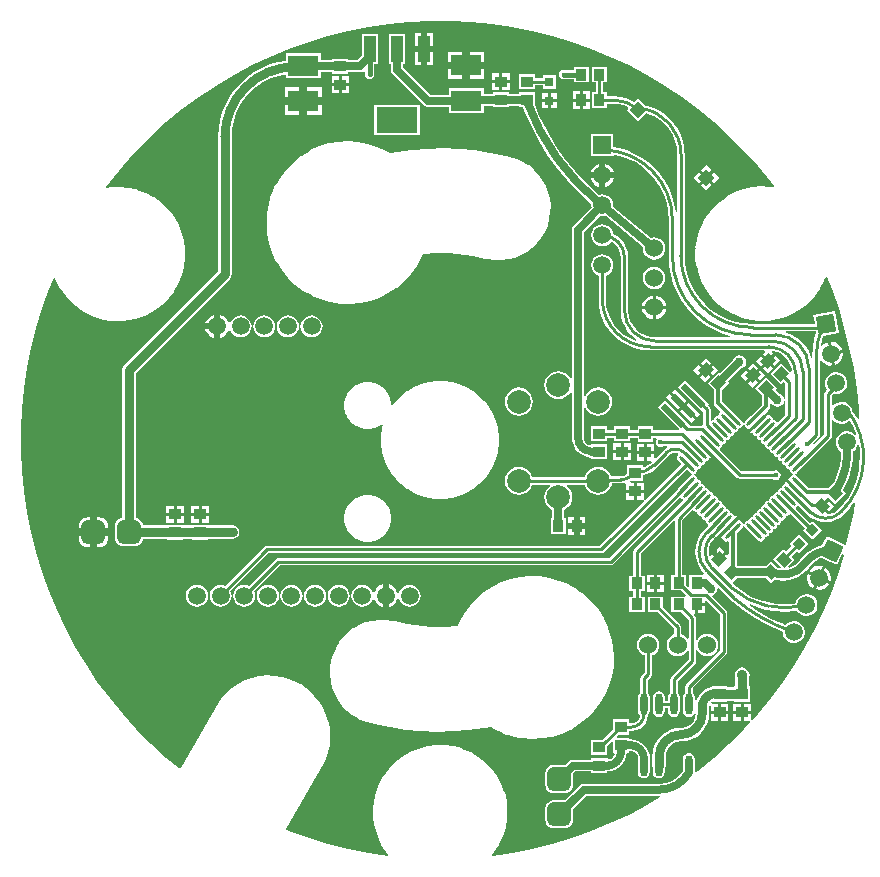
<source format=gtl>
G04*
G04 #@! TF.GenerationSoftware,Altium Limited,Altium Designer,19.1.5 (86)*
G04*
G04 Layer_Physical_Order=1*
G04 Layer_Color=255*
%FSLAX25Y25*%
%MOIN*%
G70*
G01*
G75*
%ADD10C,0.01000*%
G04:AMPARAMS|DCode=20|XSize=11.81mil|YSize=70.87mil|CornerRadius=0mil|HoleSize=0mil|Usage=FLASHONLY|Rotation=45.000|XOffset=0mil|YOffset=0mil|HoleType=Round|Shape=Round|*
%AMOVALD20*
21,1,0.05906,0.01181,0.00000,0.00000,135.0*
1,1,0.01181,0.02088,-0.02088*
1,1,0.01181,-0.02088,0.02088*
%
%ADD20OVALD20*%

G04:AMPARAMS|DCode=21|XSize=11.81mil|YSize=70.87mil|CornerRadius=0mil|HoleSize=0mil|Usage=FLASHONLY|Rotation=315.000|XOffset=0mil|YOffset=0mil|HoleType=Round|Shape=Round|*
%AMOVALD21*
21,1,0.05906,0.01181,0.00000,0.00000,45.0*
1,1,0.01181,-0.02088,-0.02088*
1,1,0.01181,0.02088,0.02088*
%
%ADD21OVALD21*%

%ADD22R,0.10236X0.07087*%
%ADD23P,0.05657X4X180.0*%
G04:AMPARAMS|DCode=24|XSize=78.74mil|YSize=78.74mil|CornerRadius=19.68mil|HoleSize=0mil|Usage=FLASHONLY|Rotation=270.000|XOffset=0mil|YOffset=0mil|HoleType=Round|Shape=RoundedRectangle|*
%AMROUNDEDRECTD24*
21,1,0.07874,0.03937,0,0,270.0*
21,1,0.03937,0.07874,0,0,270.0*
1,1,0.03937,-0.01968,-0.01968*
1,1,0.03937,-0.01968,0.01968*
1,1,0.03937,0.01968,0.01968*
1,1,0.03937,0.01968,-0.01968*
%
%ADD24ROUNDEDRECTD24*%
%ADD25R,0.03661X0.03858*%
%ADD26R,0.03150X0.03150*%
%ADD27R,0.03858X0.03661*%
%ADD28R,0.03937X0.08661*%
%ADD29R,0.13780X0.08661*%
G04:AMPARAMS|DCode=30|XSize=78.74mil|YSize=78.74mil|CornerRadius=19.68mil|HoleSize=0mil|Usage=FLASHONLY|Rotation=180.000|XOffset=0mil|YOffset=0mil|HoleType=Round|Shape=RoundedRectangle|*
%AMROUNDEDRECTD30*
21,1,0.07874,0.03937,0,0,180.0*
21,1,0.03937,0.07874,0,0,180.0*
1,1,0.03937,-0.01968,0.01968*
1,1,0.03937,0.01968,0.01968*
1,1,0.03937,0.01968,-0.01968*
1,1,0.03937,-0.01968,-0.01968*
%
%ADD30ROUNDEDRECTD30*%
G04:AMPARAMS|DCode=31|XSize=36.61mil|YSize=38.58mil|CornerRadius=0mil|HoleSize=0mil|Usage=FLASHONLY|Rotation=45.000|XOffset=0mil|YOffset=0mil|HoleType=Round|Shape=Rectangle|*
%AMROTATEDRECTD31*
4,1,4,0.00070,-0.02659,-0.02659,0.00070,-0.00070,0.02659,0.02659,-0.00070,0.00070,-0.02659,0.0*
%
%ADD31ROTATEDRECTD31*%

%ADD32P,0.04454X4X90.0*%
G04:AMPARAMS|DCode=33|XSize=36.61mil|YSize=38.58mil|CornerRadius=0mil|HoleSize=0mil|Usage=FLASHONLY|Rotation=315.000|XOffset=0mil|YOffset=0mil|HoleType=Round|Shape=Rectangle|*
%AMROTATEDRECTD33*
4,1,4,-0.02659,-0.00070,0.00070,0.02659,0.02659,0.00070,-0.00070,-0.02659,-0.02659,-0.00070,0.0*
%
%ADD33ROTATEDRECTD33*%

%ADD34O,0.02500X0.07087*%
G04:AMPARAMS|DCode=35|XSize=19.68mil|YSize=98.43mil|CornerRadius=0mil|HoleSize=0mil|Usage=FLASHONLY|Rotation=225.000|XOffset=0mil|YOffset=0mil|HoleType=Round|Shape=Rectangle|*
%AMROTATEDRECTD35*
4,1,4,-0.02784,0.04176,0.04176,-0.02784,0.02784,-0.04176,-0.04176,0.02784,-0.02784,0.04176,0.0*
%
%ADD35ROTATEDRECTD35*%

G04:AMPARAMS|DCode=36|XSize=19.68mil|YSize=98.43mil|CornerRadius=0mil|HoleSize=0mil|Usage=FLASHONLY|Rotation=225.000|XOffset=0mil|YOffset=0mil|HoleType=Round|Shape=Rectangle|*
%AMROTATEDRECTD36*
4,1,4,-0.02784,0.04176,0.04176,-0.02784,0.02784,-0.04176,-0.04176,0.02784,-0.02784,0.04176,0.0*
%
%ADD36ROTATEDRECTD36*%

%ADD60C,0.02500*%
%ADD61C,0.03000*%
%ADD62C,0.01500*%
%ADD63C,0.01300*%
%ADD64C,0.05906*%
%ADD65C,0.07874*%
%ADD66P,0.08352X4X325.0*%
%ADD67R,0.05906X0.05906*%
%ADD68P,0.08352X4X290.0*%
%ADD69C,0.06000*%
%ADD70C,0.01772*%
%ADD71C,0.03000*%
%ADD72C,0.03500*%
G36*
X169283Y289219D02*
X176112Y288547D01*
X182900Y287540D01*
X189630Y286201D01*
X196286Y284534D01*
X202853Y282542D01*
X209314Y280230D01*
X215653Y277604D01*
X221857Y274670D01*
X227908Y271435D01*
X233794Y267908D01*
X239500Y264095D01*
X245011Y260008D01*
X250316Y255654D01*
X255400Y251046D01*
X260252Y246194D01*
X264861Y241109D01*
X269214Y235805D01*
X270239Y234422D01*
X269975Y233998D01*
X269014Y234174D01*
X268966Y234173D01*
X268919Y234185D01*
X266020Y234321D01*
X265972Y234314D01*
X265925Y234319D01*
X263033Y234067D01*
X262987Y234054D01*
X262939Y234053D01*
X260107Y233418D01*
X260063Y233398D01*
X260015Y233390D01*
X257293Y232383D01*
X257252Y232358D01*
X257206Y232344D01*
X254643Y230982D01*
X254606Y230952D01*
X254562Y230932D01*
X252203Y229240D01*
X252170Y229205D01*
X252130Y229180D01*
X250018Y227189D01*
X249990Y227150D01*
X249953Y227119D01*
X248126Y224864D01*
X248103Y224821D01*
X248071Y224786D01*
X246561Y222307D01*
X246544Y222262D01*
X246517Y222222D01*
X245351Y219564D01*
X245341Y219517D01*
X245319Y219474D01*
X244518Y216685D01*
X244514Y216637D01*
X244498Y216591D01*
X244077Y213720D01*
X244079Y213671D01*
X244070Y213624D01*
X244035Y210722D01*
X244044Y210675D01*
X244041Y210627D01*
X244394Y207746D01*
X244409Y207700D01*
X244412Y207652D01*
X245147Y204844D01*
X245168Y204801D01*
X245177Y204754D01*
X246280Y202069D01*
X246306Y202029D01*
X246322Y201983D01*
X247773Y199470D01*
X247805Y199434D01*
X247826Y199391D01*
X249600Y197093D01*
X249636Y197062D01*
X249663Y197022D01*
X251728Y194981D01*
X251768Y194955D01*
X251800Y194919D01*
X254118Y193173D01*
X254161Y193152D01*
X254198Y193120D01*
X256728Y191699D01*
X256774Y191684D01*
X256814Y191658D01*
X259512Y190586D01*
X259559Y190578D01*
X259603Y190557D01*
X262419Y189856D01*
X262467Y189853D01*
X262513Y189839D01*
X265398Y189519D01*
X265446Y189523D01*
X265493Y189515D01*
X268395Y189583D01*
X268442Y189594D01*
X268490Y189592D01*
X271356Y190047D01*
X271402Y190063D01*
X271449Y190068D01*
X274230Y190901D01*
X274272Y190924D01*
X274319Y190935D01*
X276963Y192131D01*
X277002Y192159D01*
X277047Y192176D01*
X279508Y193716D01*
X279543Y193748D01*
X279586Y193771D01*
X281819Y195625D01*
X281849Y195662D01*
X281888Y195691D01*
X283854Y197826D01*
X283879Y197867D01*
X283914Y197900D01*
X285578Y200278D01*
X285597Y200322D01*
X285627Y200360D01*
X286959Y202939D01*
X286972Y202985D01*
X286997Y203027D01*
X287333Y203967D01*
X287832Y203980D01*
X289436Y200108D01*
X291748Y193647D01*
X293740Y187080D01*
X295407Y180424D01*
X296746Y173694D01*
X297753Y166906D01*
X298426Y160077D01*
X298585Y156832D01*
X298104Y156695D01*
X297244Y158251D01*
X296406Y159432D01*
X296401Y159544D01*
X296112Y160461D01*
X295595Y161272D01*
X294886Y161922D01*
X294033Y162366D01*
X293094Y162574D01*
X292133Y162532D01*
X291216Y162243D01*
X290405Y161726D01*
X290022Y161309D01*
X289523Y161503D01*
Y164686D01*
X290063Y165226D01*
X290715Y165082D01*
X291676Y165124D01*
X292593Y165413D01*
X293405Y165930D01*
X294054Y166639D01*
X294498Y167492D01*
X294707Y168431D01*
X294665Y169392D01*
X294375Y170309D01*
X293859Y171120D01*
X293150Y171770D01*
X292297Y172214D01*
X291357Y172422D01*
X290397Y172380D01*
X289479Y172091D01*
X288668Y171574D01*
X288018Y170865D01*
X287574Y170012D01*
X287366Y169073D01*
X287408Y168112D01*
X287697Y167195D01*
X288037Y166661D01*
X287434Y166058D01*
X287169Y165661D01*
X287075Y165192D01*
Y151743D01*
X283717Y148385D01*
X283185Y148560D01*
X283173Y148643D01*
X285215Y150685D01*
X285480Y151082D01*
X285574Y151550D01*
Y176162D01*
X286050Y176318D01*
X286069Y176316D01*
X286246Y176037D01*
X287013Y175334D01*
X287936Y174854D01*
X288952Y174628D01*
X289489Y174652D01*
X288808Y178513D01*
X288127Y182375D01*
X287615Y182213D01*
X286737Y181654D01*
X286335Y181215D01*
X285866Y181444D01*
X286113Y182893D01*
X286595Y184568D01*
X291795Y185485D01*
X290527Y192680D01*
X283332Y191411D01*
X283774Y188907D01*
X283452Y188523D01*
X263200D01*
X263116Y188507D01*
X260224Y188696D01*
X257299Y189278D01*
X254475Y190237D01*
X251801Y191556D01*
X249321Y193212D01*
X247079Y195179D01*
X245112Y197421D01*
X243456Y199901D01*
X242137Y202575D01*
X241178Y205399D01*
X240596Y208324D01*
X240434Y210804D01*
X240423Y211300D01*
X240423D01*
Y244656D01*
X240436Y245151D01*
X240436Y245151D01*
X240404Y245637D01*
X240294Y247316D01*
X239870Y249443D01*
X239173Y251498D01*
X238214Y253443D01*
X237008Y255247D01*
X235578Y256878D01*
X233947Y258308D01*
X232143Y259514D01*
X230197Y260473D01*
X228143Y261171D01*
X227516Y261295D01*
X225075Y263736D01*
X223737Y262399D01*
X222959Y262876D01*
X221003Y263686D01*
X218944Y264180D01*
X216834Y264346D01*
Y264328D01*
X216811Y264323D01*
X214562D01*
Y265729D01*
X213255D01*
Y268971D01*
X214562D01*
Y274229D01*
X209501D01*
Y268971D01*
X210808D01*
Y265729D01*
X209501D01*
Y260471D01*
X214562D01*
Y261877D01*
X216834D01*
X216877Y261885D01*
X218560Y261753D01*
X220243Y261349D01*
X221471Y260840D01*
X221589Y260250D01*
X221256Y259918D01*
X225075Y256100D01*
X227701Y258726D01*
X228221Y258601D01*
X230271Y257752D01*
X232164Y256593D01*
X233851Y255151D01*
X235293Y253464D01*
X236452Y251571D01*
X237301Y249521D01*
X237820Y247363D01*
X237955Y245642D01*
X237977Y245151D01*
X237977Y245151D01*
Y225944D01*
X237476Y225902D01*
X237021Y228583D01*
X236256Y231238D01*
X235199Y233790D01*
X233862Y236209D01*
X232263Y238462D01*
X230422Y240522D01*
X228362Y242363D01*
X226109Y243962D01*
X223690Y245299D01*
X221138Y246356D01*
X218483Y247121D01*
X216653Y247432D01*
Y251684D01*
X209347D01*
Y244379D01*
X216653D01*
Y244563D01*
X217039Y244881D01*
X218745Y244541D01*
X221495Y243608D01*
X224099Y242324D01*
X226513Y240710D01*
X228696Y238796D01*
X230610Y236613D01*
X232224Y234199D01*
X233508Y231595D01*
X234441Y228845D01*
X235008Y225997D01*
X235192Y223180D01*
X235176Y223100D01*
Y210900D01*
X235157D01*
X235328Y207850D01*
X235840Y204838D01*
X236686Y201902D01*
X237855Y199080D01*
X239333Y196406D01*
X241101Y193914D01*
X243136Y191636D01*
X245414Y189601D01*
X247906Y187833D01*
X250580Y186355D01*
X253402Y185186D01*
X255701Y184523D01*
X255631Y184023D01*
X230600D01*
X230543Y184012D01*
X228846Y184179D01*
X227158Y184691D01*
X225604Y185522D01*
X224241Y186641D01*
X223122Y188004D01*
X222291Y189558D01*
X221779Y191245D01*
X221612Y192943D01*
X221623Y193000D01*
Y210631D01*
X221642D01*
X221476Y212317D01*
X220984Y213938D01*
X220185Y215433D01*
X219110Y216742D01*
X217801Y217817D01*
X216630Y218443D01*
X216559Y218985D01*
X216191Y219874D01*
X215605Y220637D01*
X214842Y221222D01*
X213954Y221590D01*
X213000Y221716D01*
X212046Y221590D01*
X211158Y221222D01*
X210395Y220637D01*
X209809Y219874D01*
X209441Y218985D01*
X209316Y218032D01*
X209441Y217078D01*
X209809Y216189D01*
X210395Y215426D01*
X211158Y214841D01*
X212046Y214473D01*
X213000Y214347D01*
X213954Y214473D01*
X214842Y214841D01*
X215605Y215426D01*
X216004Y215946D01*
X216450Y215756D01*
X217370Y215001D01*
X218138Y214065D01*
X218709Y212996D01*
X219061Y211837D01*
X219179Y210643D01*
X219177Y210631D01*
Y193000D01*
X219165D01*
X219305Y191211D01*
X219724Y189466D01*
X220411Y187809D01*
X221349Y186278D01*
X222514Y184914D01*
X223879Y183749D01*
X224201Y183551D01*
X224159Y182991D01*
X224099Y182965D01*
X222283Y183717D01*
X220303Y184930D01*
X218538Y186438D01*
X217030Y188203D01*
X215817Y190183D01*
X214929Y192328D01*
X214387Y194586D01*
X214243Y196408D01*
X214224Y196900D01*
X214224D01*
Y204585D01*
X214842Y204841D01*
X215605Y205426D01*
X216191Y206189D01*
X216559Y207078D01*
X216684Y208032D01*
X216559Y208985D01*
X216191Y209874D01*
X215605Y210637D01*
X214842Y211222D01*
X213954Y211590D01*
X213000Y211716D01*
X212046Y211590D01*
X211158Y211222D01*
X210395Y210637D01*
X209809Y209874D01*
X209441Y208985D01*
X209316Y208032D01*
X209441Y207078D01*
X209809Y206189D01*
X210395Y205426D01*
X211158Y204841D01*
X211776Y204585D01*
Y196900D01*
X211763Y196900D01*
X211911Y194650D01*
X212350Y192439D01*
X213075Y190304D01*
X214072Y188282D01*
X215325Y186407D01*
X216812Y184712D01*
X218507Y183225D01*
X220381Y181972D01*
X222404Y180975D01*
X224539Y180250D01*
X226750Y179811D01*
X229000Y179663D01*
Y179676D01*
X267033D01*
X267224Y179215D01*
X266608Y178599D01*
X268256Y176951D01*
X269974Y178668D01*
X269529Y179113D01*
X269743Y179565D01*
X270019Y179538D01*
X271480Y179095D01*
X272827Y178375D01*
X274007Y177407D01*
X274975Y176226D01*
X275695Y174880D01*
X276138Y173419D01*
X276207Y172718D01*
X275727Y172491D01*
X272613Y175605D01*
X268895Y171887D01*
X272474Y168308D01*
X273468Y169302D01*
X274077Y168693D01*
Y163484D01*
X273576Y163435D01*
X273472Y163958D01*
X272986Y164686D01*
X272258Y165172D01*
X272110Y165202D01*
X270689Y166623D01*
X271192Y167126D01*
X267613Y170705D01*
X263895Y166987D01*
X266098Y164784D01*
Y161556D01*
X262746Y158204D01*
X262573Y157945D01*
X260701Y156073D01*
X260415Y155646D01*
X260355Y155342D01*
X259845D01*
X259785Y155646D01*
X259499Y156073D01*
X257627Y157945D01*
X257454Y158204D01*
X253050Y162608D01*
Y166584D01*
X255392Y168926D01*
X255009Y169310D01*
X259394Y173695D01*
X259558Y173728D01*
X260286Y174214D01*
X260772Y174942D01*
X260943Y175800D01*
X260772Y176658D01*
X260286Y177386D01*
X259558Y177872D01*
X258700Y178043D01*
X257842Y177872D01*
X257114Y177386D01*
X256628Y176658D01*
X256601Y176526D01*
X252197Y172121D01*
X251813Y172505D01*
X248095Y168787D01*
X250298Y166584D01*
Y162037D01*
X250402Y161511D01*
X250701Y161064D01*
X252212Y159553D01*
X252149Y158909D01*
X252071Y158857D01*
X251785Y158430D01*
X251685Y157926D01*
X251609Y157850D01*
X251609Y157850D01*
X251105Y157750D01*
X250679Y157465D01*
X250393Y157038D01*
X250293Y156535D01*
X250293Y156534D01*
X250217Y156458D01*
X249714Y156358D01*
X249623Y156298D01*
X249124Y156565D01*
Y159975D01*
X249030Y160443D01*
X248765Y160840D01*
X248178Y161428D01*
X248503Y161754D01*
X240554Y169703D01*
X238172Y167322D01*
X246122Y159372D01*
X246177Y159427D01*
X246676Y159220D01*
Y155067D01*
X246356Y154641D01*
X246195Y154623D01*
X242080D01*
X241828Y155078D01*
Y155078D01*
X233878Y163028D01*
X231497Y160646D01*
X238626Y153517D01*
X238435Y153055D01*
X230029D01*
Y154362D01*
X224771D01*
Y153055D01*
X222229D01*
Y154462D01*
X216971D01*
Y153055D01*
X214529D01*
Y154462D01*
X209271D01*
Y149401D01*
X214529D01*
Y150608D01*
X216971D01*
Y149401D01*
X222229D01*
Y150608D01*
X224771D01*
Y149301D01*
X230029D01*
Y150608D01*
X230945D01*
X230993Y150552D01*
X231166Y150108D01*
X230906Y149719D01*
X230783Y149100D01*
X230906Y148481D01*
X231257Y147957D01*
X231781Y147606D01*
X232400Y147483D01*
X233019Y147606D01*
X233423Y147877D01*
X234658D01*
X234758Y147377D01*
X234618Y147319D01*
X233492Y146455D01*
X233508Y146438D01*
X230791Y143721D01*
X230329Y143913D01*
Y145269D01*
X227900D01*
Y142938D01*
X229354D01*
X229546Y142476D01*
X229275Y142205D01*
X229275Y142205D01*
X228904Y141891D01*
X228202Y141315D01*
X227129Y140741D01*
X226629Y140968D01*
Y141362D01*
X221371D01*
Y138428D01*
X221245Y138331D01*
X220222Y137907D01*
X219154Y137767D01*
X219125Y137773D01*
X215984D01*
X215679Y138510D01*
X214936Y139479D01*
X213967Y140222D01*
X212839Y140689D01*
X211628Y140849D01*
X210418Y140689D01*
X209290Y140222D01*
X208321Y139479D01*
X207578Y138510D01*
X207116Y137395D01*
X189684D01*
X189222Y138510D01*
X188479Y139479D01*
X187510Y140222D01*
X186382Y140689D01*
X185172Y140849D01*
X183961Y140689D01*
X182833Y140222D01*
X181865Y139479D01*
X181121Y138510D01*
X180654Y137382D01*
X180495Y136172D01*
X180654Y134961D01*
X181121Y133833D01*
X181865Y132864D01*
X182833Y132121D01*
X183961Y131654D01*
X185172Y131495D01*
X186382Y131654D01*
X187510Y132121D01*
X188479Y132864D01*
X189222Y133833D01*
X189684Y134948D01*
X195499D01*
X195668Y134448D01*
X195093Y134006D01*
X194350Y133038D01*
X193882Y131910D01*
X193723Y130699D01*
X193882Y129489D01*
X194350Y128361D01*
X195093Y127392D01*
X196062Y126649D01*
X196396Y126510D01*
Y123729D01*
X195838D01*
Y118471D01*
X200899D01*
Y123729D01*
X200372D01*
Y126497D01*
X200739Y126649D01*
X201707Y127392D01*
X202450Y128361D01*
X202918Y129489D01*
X203077Y130699D01*
X202918Y131910D01*
X202450Y133038D01*
X201707Y134006D01*
X201132Y134448D01*
X201301Y134948D01*
X207116D01*
X207578Y133833D01*
X208321Y132864D01*
X209290Y132121D01*
X210418Y131654D01*
X211628Y131495D01*
X212839Y131654D01*
X213967Y132121D01*
X214936Y132864D01*
X215679Y133833D01*
X216146Y134961D01*
X216194Y135326D01*
X219124D01*
X219125Y135326D01*
Y135317D01*
X220429Y135445D01*
X220571Y135488D01*
X221071Y135118D01*
Y133269D01*
X223500D01*
Y135599D01*
X222602D01*
X222405Y136099D01*
X222621Y136301D01*
X226629D01*
Y137993D01*
X227914Y138383D01*
X229570Y139268D01*
X230641Y140147D01*
X231021Y140458D01*
X231021Y140459D01*
X231005Y140474D01*
X235238Y144707D01*
X235239Y144707D01*
X235239Y144707D01*
X235853Y145178D01*
X236569Y145475D01*
X237336Y145576D01*
X238064Y145480D01*
X238110Y145407D01*
X238151Y144942D01*
X238139Y144919D01*
X237866Y144510D01*
X237766Y144007D01*
X237866Y143503D01*
X238151Y143077D01*
X239374Y141854D01*
X227409Y129888D01*
X226929Y130116D01*
Y132269D01*
X224500D01*
Y129938D01*
X226751D01*
X226979Y129458D01*
X212144Y114623D01*
X101274Y114623D01*
X100806Y114530D01*
X100409Y114265D01*
X87346Y101202D01*
X86728Y101459D01*
X85774Y101584D01*
X84820Y101459D01*
X83932Y101091D01*
X83169Y100505D01*
X82583Y99742D01*
X82215Y98854D01*
X82090Y97900D01*
X82215Y96946D01*
X82583Y96058D01*
X83169Y95295D01*
X83932Y94709D01*
X84820Y94341D01*
X85774Y94216D01*
X86728Y94341D01*
X87616Y94709D01*
X88379Y95295D01*
X88965Y96058D01*
X89333Y96946D01*
X89458Y97900D01*
X89333Y98854D01*
X89077Y99472D01*
X101781Y112177D01*
X212651Y112177D01*
X213119Y112270D01*
X213516Y112535D01*
X241104Y140123D01*
X242327Y138901D01*
X242754Y138615D01*
X243058Y138555D01*
Y138045D01*
X242754Y137985D01*
X242327Y137699D01*
X238151Y133523D01*
X237888Y133130D01*
X215282Y110523D01*
X105048Y110523D01*
X104580Y110430D01*
X104183Y110165D01*
X95220Y101202D01*
X94602Y101459D01*
X93648Y101584D01*
X92695Y101459D01*
X91806Y101091D01*
X91043Y100505D01*
X90457Y99742D01*
X90089Y98854D01*
X89964Y97900D01*
X90089Y96946D01*
X90457Y96058D01*
X91043Y95295D01*
X91806Y94709D01*
X92695Y94341D01*
X93648Y94216D01*
X94602Y94341D01*
X95490Y94709D01*
X96253Y95295D01*
X96839Y96058D01*
X97207Y96946D01*
X97332Y97900D01*
X97207Y98854D01*
X96951Y99472D01*
X105555Y108077D01*
X215789Y108077D01*
X216257Y108170D01*
X216654Y108435D01*
X238808Y130590D01*
X239404Y130478D01*
X239543Y130271D01*
X239751Y130132D01*
X239862Y129536D01*
X223703Y113377D01*
X223438Y112980D01*
X223345Y112512D01*
Y104629D01*
X222038D01*
Y99371D01*
X223345D01*
Y97629D01*
X222038D01*
Y92371D01*
X227099D01*
Y97629D01*
X225792D01*
Y99371D01*
X227099D01*
Y104629D01*
X225792D01*
Y112005D01*
X236783Y122996D01*
X237245Y122805D01*
Y104929D01*
X235938D01*
Y99671D01*
X239367D01*
X240909Y98129D01*
X240702Y97629D01*
X235906D01*
Y92371D01*
X239336D01*
X241776Y89930D01*
Y83683D01*
X241277Y83513D01*
X240796Y84139D01*
X240023Y84732D01*
X239381Y84998D01*
Y87376D01*
X239288Y87844D01*
X239023Y88241D01*
X233162Y94101D01*
Y97629D01*
X228101D01*
Y92371D01*
X231432D01*
X236934Y86869D01*
Y84998D01*
X236291Y84732D01*
X235519Y84139D01*
X234926Y83366D01*
X234553Y82466D01*
X234425Y81500D01*
X234553Y80534D01*
X234926Y79634D01*
X235519Y78861D01*
X236291Y78268D01*
X237192Y77895D01*
X238157Y77768D01*
X239123Y77895D01*
X240023Y78268D01*
X240796Y78861D01*
X241277Y79487D01*
X241776Y79317D01*
Y76607D01*
X236035Y70865D01*
X235770Y70468D01*
X235677Y70000D01*
Y65557D01*
X235494Y65435D01*
X235063Y64790D01*
X234912Y64030D01*
Y62960D01*
X233888D01*
Y64030D01*
X233737Y64790D01*
X233306Y65435D01*
X232661Y65866D01*
X231900Y66018D01*
X231139Y65866D01*
X230494Y65435D01*
X230063Y64790D01*
X229912Y64030D01*
Y59443D01*
X230063Y58682D01*
X230494Y58037D01*
X231139Y57606D01*
X231900Y57455D01*
X232661Y57606D01*
X233306Y58037D01*
X233737Y58682D01*
X233888Y59443D01*
Y60513D01*
X234912D01*
Y59443D01*
X235063Y58682D01*
X235494Y58037D01*
X236139Y57606D01*
X236900Y57455D01*
X237661Y57606D01*
X238306Y58037D01*
X238737Y58682D01*
X238888Y59443D01*
Y64030D01*
X238737Y64790D01*
X238306Y65435D01*
X238123Y65557D01*
Y69493D01*
X243865Y75235D01*
X244130Y75632D01*
X244223Y76100D01*
Y79642D01*
X244724Y79742D01*
X244768Y79634D01*
X245361Y78861D01*
X246134Y78268D01*
X247034Y77895D01*
X248000Y77768D01*
X248966Y77895D01*
X249866Y78268D01*
X250639Y78861D01*
X251232Y79634D01*
X251605Y80534D01*
X251732Y81500D01*
X251605Y82466D01*
X251232Y83366D01*
X250639Y84139D01*
X249866Y84732D01*
X248966Y85105D01*
X248000Y85232D01*
X247034Y85105D01*
X246134Y84732D01*
X245361Y84139D01*
X244768Y83366D01*
X244724Y83258D01*
X244223Y83358D01*
Y90437D01*
X244130Y90905D01*
X243865Y91302D01*
X243558Y91609D01*
X243750Y92071D01*
X244000D01*
Y95000D01*
X244500D01*
Y95500D01*
X247331D01*
Y95986D01*
X247793Y96177D01*
X252276Y91693D01*
Y79707D01*
X241035Y68465D01*
X240770Y68068D01*
X240676Y67600D01*
Y65557D01*
X240494Y65435D01*
X240063Y64790D01*
X239912Y64030D01*
Y59443D01*
X240063Y58682D01*
X240494Y58037D01*
X241139Y57606D01*
X241900Y57455D01*
X242661Y57606D01*
X243306Y58037D01*
X243667Y58577D01*
X244147Y58396D01*
X244024Y57463D01*
X243531Y56274D01*
X242748Y55252D01*
X241726Y54469D01*
X240537Y53976D01*
X239750Y53872D01*
X239261Y53846D01*
X238779Y53799D01*
X237386Y53662D01*
X235584Y53115D01*
X233923Y52227D01*
X232468Y51033D01*
X231273Y49577D01*
X230385Y47916D01*
X229838Y46114D01*
X229654Y44239D01*
X229657D01*
X229657Y44239D01*
Y41264D01*
X229828Y40405D01*
X229912Y40279D01*
Y38971D01*
X230063Y38210D01*
X230494Y37565D01*
X231139Y37134D01*
X231900Y36982D01*
X232661Y37134D01*
X233306Y37565D01*
X233737Y38210D01*
X233888Y38971D01*
Y40279D01*
X233972Y40405D01*
X234143Y41264D01*
Y44239D01*
X234143Y44239D01*
X234143D01*
X234170Y44728D01*
X234282Y45574D01*
X234797Y46817D01*
X235616Y47884D01*
X236683Y48704D01*
X237927Y49218D01*
X238771Y49330D01*
X239261Y49355D01*
Y49355D01*
X241091Y49535D01*
X242852Y50069D01*
X244474Y50936D01*
X245897Y52104D01*
X247064Y53526D01*
X247931Y55148D01*
X248465Y56909D01*
X248645Y58740D01*
X248643D01*
X248643Y58740D01*
Y61229D01*
X248671Y61250D01*
X249171Y60998D01*
Y59569D01*
X251600D01*
Y61899D01*
X249554D01*
X249494Y61967D01*
X249313Y62373D01*
X249527Y62601D01*
X254729D01*
Y62888D01*
X256971D01*
Y62601D01*
X262229D01*
Y67662D01*
X261843D01*
Y70447D01*
X261908Y70544D01*
X262098Y71500D01*
X261908Y72456D01*
X261366Y73266D01*
X260556Y73808D01*
X259600Y73998D01*
X258644Y73808D01*
X257834Y73266D01*
X257292Y72456D01*
X257102Y71500D01*
X257292Y70544D01*
X257357Y70447D01*
Y67662D01*
X256971D01*
Y67375D01*
X254729D01*
Y67662D01*
X249471D01*
Y67417D01*
X248196Y67030D01*
X247016Y66399D01*
X245981Y65551D01*
X245132Y64516D01*
X244501Y63336D01*
X244409Y63031D01*
X243918Y63036D01*
X243888Y63048D01*
Y64030D01*
X243737Y64790D01*
X243306Y65435D01*
X243124Y65557D01*
Y67093D01*
X254365Y78335D01*
X254630Y78732D01*
X254724Y79200D01*
Y92200D01*
X254630Y92668D01*
X254365Y93065D01*
X249720Y97711D01*
X249865Y98189D01*
X250058Y98228D01*
X250786Y98714D01*
X251272Y99442D01*
X251407Y100120D01*
X251909Y100326D01*
X255682Y96552D01*
X255748Y96486D01*
X256075Y96135D01*
X256440Y95847D01*
X259829Y93176D01*
X263874Y90473D01*
X268118Y88096D01*
X272535Y86060D01*
X273193Y85817D01*
X273177Y85453D01*
X273386Y84514D01*
X273830Y83661D01*
X274479Y82951D01*
X275291Y82435D01*
X276208Y82146D01*
X277169Y82104D01*
X278108Y82312D01*
X278961Y82756D01*
X279670Y83406D01*
X280187Y84217D01*
X280476Y85134D01*
X280518Y86095D01*
X280310Y87034D01*
X279866Y87887D01*
X279216Y88596D01*
X278405Y89113D01*
X277487Y89402D01*
X276526Y89444D01*
X275588Y89236D01*
X274734Y88792D01*
X274025Y88142D01*
X274015Y88125D01*
X273474Y88325D01*
X269231Y90281D01*
X265155Y92564D01*
X261956Y94701D01*
X262193Y95145D01*
X264542Y94171D01*
X267569Y93299D01*
X270676Y92771D01*
X273821Y92595D01*
X276967Y92771D01*
X277945Y92937D01*
X278056Y92724D01*
X278706Y92015D01*
X279517Y91498D01*
X280434Y91209D01*
X281395Y91167D01*
X282334Y91375D01*
X283187Y91819D01*
X283896Y92469D01*
X284413Y93280D01*
X284702Y94197D01*
X284744Y95158D01*
X284536Y96097D01*
X284092Y96950D01*
X283442Y97659D01*
X282631Y98176D01*
X281714Y98465D01*
X280753Y98507D01*
X279814Y98299D01*
X278961Y97855D01*
X278252Y97205D01*
X277735Y96394D01*
X277446Y95477D01*
X277439Y95337D01*
X276692Y95210D01*
X273821Y95049D01*
X270950Y95210D01*
X268115Y95692D01*
X265352Y96488D01*
X262696Y97588D01*
X260179Y98979D01*
X257834Y100643D01*
X256782Y101583D01*
X256782Y101583D01*
X256782Y101583D01*
X256595Y102020D01*
X256602Y102436D01*
X258004Y103838D01*
X267496D01*
X269326Y102008D01*
X270613Y103295D01*
X271427Y103099D01*
X273164Y102962D01*
X274902Y103099D01*
X276596Y103506D01*
X278206Y104173D01*
X279692Y105083D01*
X281017Y106215D01*
X281582Y106876D01*
X281669Y106934D01*
X281889Y107264D01*
X281900Y107257D01*
X281917Y107288D01*
X282962Y108562D01*
X284235Y109606D01*
X285687Y110383D01*
X286129Y110517D01*
X291293Y108109D01*
X292985Y111737D01*
X293453Y111557D01*
X291748Y105938D01*
X289436Y99477D01*
X286810Y93137D01*
X283876Y86934D01*
X280642Y80882D01*
X277114Y74996D01*
X273302Y69291D01*
X269214Y63779D01*
X264861Y58475D01*
X263029Y56454D01*
X262529Y56647D01*
Y58568D01*
X260100D01*
Y56238D01*
X262158D01*
X262380Y55738D01*
X260252Y53390D01*
X255400Y48538D01*
X250316Y43930D01*
X245011Y39577D01*
X244388Y39114D01*
X243888Y39366D01*
Y43557D01*
X243737Y44318D01*
X243306Y44963D01*
X242661Y45394D01*
X241900Y45545D01*
X241139Y45394D01*
X240494Y44963D01*
X240063Y44318D01*
X239912Y43557D01*
Y39481D01*
X239881Y39422D01*
X238705Y37990D01*
X237273Y36815D01*
X235639Y35941D01*
X233866Y35403D01*
X232136Y35233D01*
X232022Y35256D01*
X206967D01*
X206207Y35104D01*
X205561Y34673D01*
X200548Y29660D01*
X196731D01*
X196035Y29568D01*
X195386Y29299D01*
X194828Y28872D01*
X194401Y28314D01*
X194132Y27665D01*
X194040Y26969D01*
Y23031D01*
X194132Y22335D01*
X194401Y21686D01*
X194828Y21128D01*
X195386Y20701D01*
X196035Y20432D01*
X196731Y20340D01*
X200669D01*
X201365Y20432D01*
X202014Y20701D01*
X202572Y21128D01*
X202999Y21686D01*
X203268Y22335D01*
X203360Y23031D01*
Y26848D01*
X207791Y31279D01*
X232022D01*
X232022Y31279D01*
Y31276D01*
X232203Y31290D01*
X232355Y30814D01*
X227908Y28149D01*
X221857Y24914D01*
X215653Y21980D01*
X209314Y19354D01*
X202853Y17042D01*
X196286Y15051D01*
X189630Y13383D01*
X182900Y12044D01*
X176535Y11100D01*
X176276Y11567D01*
X177000Y12422D01*
X177024Y12465D01*
X177057Y12499D01*
X178621Y14943D01*
X178639Y14988D01*
X178667Y15027D01*
X179891Y17658D01*
X179902Y17705D01*
X179925Y17747D01*
X180787Y20517D01*
X180792Y20565D01*
X180809Y20610D01*
X181294Y23471D01*
X181292Y23519D01*
X181303Y23566D01*
X181402Y26466D01*
X181394Y26514D01*
X181399Y26561D01*
X181110Y29449D01*
X181096Y29495D01*
X181094Y29543D01*
X180422Y32366D01*
X180402Y32409D01*
X180394Y32457D01*
X179352Y35165D01*
X179326Y35205D01*
X179312Y35251D01*
X177918Y37796D01*
X177886Y37833D01*
X177866Y37876D01*
X176145Y40212D01*
X176109Y40245D01*
X176083Y40285D01*
X174066Y42371D01*
X174026Y42398D01*
X173995Y42435D01*
X171718Y44232D01*
X171675Y44254D01*
X171639Y44286D01*
X169142Y45764D01*
X169096Y45780D01*
X169056Y45807D01*
X166385Y46939D01*
X166338Y46948D01*
X166295Y46970D01*
X163496Y47735D01*
X163447Y47738D01*
X163402Y47754D01*
X160526Y48138D01*
X160478Y48136D01*
X160431Y48145D01*
X157529Y48142D01*
X157482Y48133D01*
X157434Y48136D01*
X154559Y47747D01*
X154513Y47731D01*
X154465Y47727D01*
X151667Y46958D01*
X151624Y46936D01*
X151577Y46926D01*
X148907Y45791D01*
X148867Y45763D01*
X148822Y45747D01*
X146327Y44265D01*
X146292Y44233D01*
X146249Y44211D01*
X143974Y42410D01*
X143943Y42373D01*
X143904Y42346D01*
X141890Y40257D01*
X141864Y40216D01*
X141828Y40184D01*
X140111Y37845D01*
X140090Y37802D01*
X140060Y37765D01*
X138670Y35218D01*
X138655Y35172D01*
X138630Y35131D01*
X137592Y32421D01*
X137584Y32374D01*
X137564Y32330D01*
X136897Y29506D01*
X136895Y29458D01*
X136881Y29412D01*
X136597Y26524D01*
X136601Y26477D01*
X136594Y26429D01*
X136697Y23529D01*
X136708Y23483D01*
X136707Y23434D01*
X137196Y20574D01*
X137213Y20529D01*
X137218Y20482D01*
X138085Y17712D01*
X138108Y17670D01*
X138119Y17623D01*
X139348Y14995D01*
X139376Y14956D01*
X139394Y14911D01*
X140962Y12470D01*
X140995Y12435D01*
X141018Y12393D01*
X141720Y11568D01*
X141461Y11101D01*
X135097Y12044D01*
X128367Y13383D01*
X121710Y15051D01*
X115144Y17042D01*
X108683Y19354D01*
X107880Y19687D01*
X107719Y20160D01*
X120368Y42220D01*
X120384Y42267D01*
X120391Y42276D01*
X120907Y43381D01*
X120918Y43424D01*
X120940Y43463D01*
X121692Y45782D01*
X121697Y45826D01*
X121714Y45868D01*
X122174Y48262D01*
X122174Y48307D01*
X122185Y48350D01*
X122346Y50783D01*
X122341Y50827D01*
X122347Y50871D01*
X122207Y53305D01*
X122195Y53348D01*
X122196Y53393D01*
X121757Y55791D01*
X121740Y55833D01*
X121736Y55877D01*
X121003Y58203D01*
X120982Y58242D01*
X120972Y58285D01*
X119958Y60503D01*
X119932Y60539D01*
X119917Y60581D01*
X118637Y62656D01*
X118607Y62689D01*
X118586Y62728D01*
X117061Y64630D01*
X117027Y64659D01*
X117001Y64696D01*
X115252Y66395D01*
X115215Y66419D01*
X115185Y66452D01*
X113240Y67923D01*
X113200Y67942D01*
X113167Y67971D01*
X111055Y69191D01*
X111013Y69205D01*
X110976Y69230D01*
X108730Y70179D01*
X108687Y70188D01*
X108647Y70209D01*
X106301Y70873D01*
X106257Y70877D01*
X106215Y70892D01*
X103805Y71263D01*
X103760Y71260D01*
X103717Y71271D01*
X101280Y71341D01*
X101236Y71333D01*
X101191Y71338D01*
X98764Y71106D01*
X98721Y71094D01*
X98677Y71093D01*
X96297Y70564D01*
X96256Y70546D01*
X96212Y70539D01*
X93915Y69721D01*
X93877Y69698D01*
X93834Y69686D01*
X91656Y68590D01*
X91620Y68563D01*
X91579Y68546D01*
X89553Y67190D01*
X89521Y67158D01*
X89483Y67136D01*
X87639Y65540D01*
X87612Y65505D01*
X87576Y65478D01*
X85944Y63667D01*
X85921Y63629D01*
X85889Y63598D01*
X85190Y62599D01*
X85166Y62542D01*
X85129Y62492D01*
X85125Y62476D01*
X85116Y62463D01*
X85114Y62452D01*
X72468Y40495D01*
X71976Y40405D01*
X67681Y43930D01*
X62597Y48538D01*
X57744Y53390D01*
X53136Y58475D01*
X48783Y63779D01*
X44695Y69291D01*
X40883Y74996D01*
X37355Y80882D01*
X34120Y86934D01*
X31187Y93137D01*
X28561Y99477D01*
X26249Y105938D01*
X24257Y112504D01*
X22590Y119160D01*
X21251Y125891D01*
X20244Y132678D01*
X19571Y139507D01*
X19235Y146361D01*
Y149792D01*
Y153223D01*
X19571Y160077D01*
X20244Y166906D01*
X21251Y173694D01*
X22590Y180424D01*
X24257Y187080D01*
X26249Y193647D01*
X28561Y200108D01*
X30153Y203952D01*
X30653Y203940D01*
X31018Y202916D01*
X31043Y202875D01*
X31056Y202829D01*
X32388Y200250D01*
X32418Y200212D01*
X32437Y200168D01*
X34101Y197790D01*
X34135Y197757D01*
X34161Y197715D01*
X36127Y195580D01*
X36166Y195552D01*
X36196Y195515D01*
X38429Y193661D01*
X38472Y193638D01*
X38507Y193605D01*
X40968Y192066D01*
X41013Y192049D01*
X41052Y192021D01*
X43696Y190824D01*
X43743Y190814D01*
X43785Y190791D01*
X46566Y189958D01*
X46613Y189953D01*
X46659Y189936D01*
X49525Y189482D01*
X49573Y189483D01*
X49620Y189473D01*
X52522Y189405D01*
X52569Y189413D01*
X52617Y189409D01*
X55502Y189728D01*
X55548Y189743D01*
X55596Y189745D01*
X58412Y190447D01*
X58456Y190468D01*
X58503Y190476D01*
X61201Y191547D01*
X61241Y191574D01*
X61287Y191588D01*
X63817Y193010D01*
X63854Y193041D01*
X63897Y193062D01*
X66215Y194809D01*
X66247Y194845D01*
X66287Y194871D01*
X68352Y196911D01*
X68379Y196951D01*
X68415Y196983D01*
X70189Y199280D01*
X70210Y199323D01*
X70242Y199360D01*
X71693Y201873D01*
X71709Y201919D01*
X71735Y201959D01*
X72838Y204644D01*
X72847Y204691D01*
X72868Y204734D01*
X73603Y207542D01*
X73606Y207590D01*
X73621Y207636D01*
X73974Y210517D01*
X73971Y210565D01*
X73980Y210612D01*
X73945Y213514D01*
X73936Y213561D01*
X73938Y213609D01*
X73517Y216481D01*
X73501Y216526D01*
X73497Y216574D01*
X72696Y219364D01*
X72674Y219407D01*
X72664Y219454D01*
X71498Y222112D01*
X71471Y222151D01*
X71454Y222197D01*
X69944Y224675D01*
X69912Y224711D01*
X69889Y224753D01*
X68062Y227009D01*
X68025Y227039D01*
X67997Y227079D01*
X65885Y229070D01*
X65845Y229095D01*
X65812Y229130D01*
X63453Y230822D01*
X63409Y230842D01*
X63372Y230872D01*
X60809Y232234D01*
X60763Y232248D01*
X60722Y232273D01*
X58000Y233280D01*
X57952Y233288D01*
X57908Y233307D01*
X55076Y233943D01*
X55028Y233944D01*
X54982Y233957D01*
X52090Y234209D01*
X52043Y234204D01*
X51995Y234211D01*
X49096Y234074D01*
X49049Y234063D01*
X49001Y234063D01*
X47924Y233867D01*
X47660Y234291D01*
X48783Y235805D01*
X53136Y241109D01*
X57744Y246194D01*
X62597Y251046D01*
X67681Y255654D01*
X72985Y260008D01*
X78497Y264095D01*
X84203Y267908D01*
X90088Y271435D01*
X96140Y274670D01*
X102343Y277604D01*
X108683Y280230D01*
X115144Y282542D01*
X121710Y284534D01*
X128367Y286201D01*
X135097Y287540D01*
X141885Y288547D01*
X148714Y289219D01*
X155567Y289556D01*
X162429D01*
X169283Y289219D01*
D02*
G37*
G36*
X284345Y185606D02*
X283720Y183439D01*
X283234Y180575D01*
X283071Y177675D01*
X283089Y177356D01*
X282592Y177283D01*
X282530Y177544D01*
X281783Y179347D01*
X280763Y181011D01*
X279495Y182495D01*
X278011Y183763D01*
X276347Y184783D01*
X274544Y185529D01*
X274348Y185576D01*
X274407Y186076D01*
X284191D01*
X284345Y185606D01*
D02*
G37*
G36*
X274077Y162716D02*
Y158232D01*
X271640Y155795D01*
X271032Y155895D01*
X270913Y156073D01*
X270486Y156358D01*
X269983Y156458D01*
X269907Y156534D01*
X269907Y156535D01*
X269807Y157038D01*
X269521Y157465D01*
X269094Y157750D01*
X268914Y157786D01*
X268821Y157926D01*
X268697Y158547D01*
X268629Y158649D01*
X265465Y155485D01*
X262300Y152321D01*
X262403Y152252D01*
X263023Y152129D01*
X263164Y152035D01*
X263199Y151855D01*
X263485Y151428D01*
X263912Y151143D01*
X264415Y151043D01*
X264491Y150967D01*
X264491Y150967D01*
X264591Y150463D01*
X264877Y150036D01*
X265303Y149751D01*
X265807Y149651D01*
X265883Y149575D01*
X265983Y149071D01*
X266268Y148644D01*
X266695Y148359D01*
X267199Y148259D01*
X267199Y148259D01*
X267275Y148183D01*
X267375Y147679D01*
X267660Y147253D01*
X268087Y146967D01*
X268591Y146867D01*
X268667Y146791D01*
X268767Y146287D01*
X269053Y145861D01*
X269479Y145575D01*
X269983Y145475D01*
X270059Y145399D01*
X270059Y145399D01*
X270159Y144895D01*
X270444Y144468D01*
X270871Y144183D01*
X271375Y144083D01*
X271451Y144007D01*
X271551Y143503D01*
X271836Y143077D01*
X272263Y142791D01*
X272767Y142691D01*
X272767Y142691D01*
X272843Y142615D01*
X272943Y142112D01*
X273228Y141685D01*
X273655Y141399D01*
X274159Y141299D01*
X274235Y141223D01*
X274235Y141223D01*
X274335Y140720D01*
X274620Y140293D01*
X275047Y140007D01*
X275551Y139907D01*
X275627Y139831D01*
X275727Y139328D01*
X276012Y138901D01*
X276439Y138615D01*
X276743Y138555D01*
Y138045D01*
X276439Y137985D01*
X276012Y137699D01*
X275727Y137273D01*
X275691Y137092D01*
X275551Y136999D01*
X274930Y136875D01*
X274828Y136807D01*
X277992Y133643D01*
X277285Y132935D01*
X274120Y136100D01*
X274052Y135997D01*
X273929Y135377D01*
X273835Y135236D01*
X273655Y135201D01*
X273228Y134915D01*
X272943Y134488D01*
X272843Y133985D01*
X272767Y133909D01*
X272767Y133909D01*
X272263Y133809D01*
X271836Y133523D01*
X271551Y133097D01*
X271451Y132593D01*
X271375Y132517D01*
X270871Y132417D01*
X270444Y132132D01*
X270159Y131705D01*
X270059Y131201D01*
X270059Y131201D01*
X269983Y131125D01*
X269479Y131025D01*
X269053Y130739D01*
X268767Y130313D01*
X268667Y129809D01*
X268591Y129733D01*
X268591Y129733D01*
X268087Y129633D01*
X267660Y129348D01*
X267375Y128921D01*
X267275Y128417D01*
X267199Y128341D01*
X266695Y128241D01*
X266268Y127956D01*
X265983Y127529D01*
X265883Y127025D01*
X265807Y126949D01*
X265303Y126849D01*
X264877Y126564D01*
X264591Y126137D01*
X264491Y125633D01*
X264491Y125633D01*
X264415Y125557D01*
X263912Y125457D01*
X263485Y125172D01*
X263199Y124745D01*
X263099Y124241D01*
X263023Y124165D01*
X263023Y124165D01*
X262520Y124065D01*
X262093Y123780D01*
X261807Y123353D01*
X261707Y122850D01*
X261631Y122773D01*
X261128Y122673D01*
X260701Y122388D01*
X260415Y121961D01*
X260355Y121657D01*
X259845D01*
X259785Y121961D01*
X259499Y122388D01*
X259072Y122673D01*
X258892Y122709D01*
X258799Y122850D01*
X258675Y123470D01*
X258607Y123572D01*
X255443Y120408D01*
X252278Y117244D01*
X252380Y117175D01*
X253001Y117052D01*
X253142Y116958D01*
X253177Y116778D01*
X253463Y116351D01*
X253890Y116066D01*
X254393Y115966D01*
X254605Y116008D01*
X255105Y115649D01*
Y111791D01*
X254643Y111600D01*
X254481Y111761D01*
X252410Y109690D01*
X252056Y110044D01*
X251703Y109690D01*
X249701Y111692D01*
X249116Y111106D01*
X248836Y111176D01*
X248619Y111317D01*
X248502Y112504D01*
X248627Y113767D01*
X248995Y114982D01*
X249594Y116101D01*
X250092Y116708D01*
X250402Y117079D01*
X250753Y117430D01*
X251092Y117769D01*
X251362Y117742D01*
X254735Y121115D01*
X257900Y124279D01*
X257798Y124348D01*
X257177Y124471D01*
X257036Y124565D01*
X257001Y124745D01*
X256715Y125172D01*
X256289Y125457D01*
X255785Y125557D01*
X255709Y125633D01*
X255709Y125633D01*
X255609Y126137D01*
X255324Y126564D01*
X254897Y126849D01*
X254393Y126949D01*
X254317Y127025D01*
X254217Y127529D01*
X253932Y127956D01*
X253505Y128241D01*
X253001Y128341D01*
X252925Y128417D01*
X252825Y128921D01*
X252539Y129348D01*
X252113Y129633D01*
X251609Y129733D01*
X251533Y129809D01*
X251433Y130313D01*
X251148Y130739D01*
X250721Y131025D01*
X250217Y131125D01*
X250141Y131201D01*
X250041Y131705D01*
X249756Y132132D01*
X249329Y132417D01*
X248825Y132517D01*
X248749Y132593D01*
X248649Y133097D01*
X248364Y133523D01*
X247937Y133809D01*
X247433Y133909D01*
X247433Y133909D01*
X247357Y133985D01*
X247257Y134488D01*
X246972Y134915D01*
X246545Y135201D01*
X246041Y135301D01*
X245965Y135377D01*
X245965Y135377D01*
X245865Y135880D01*
X245580Y136307D01*
X245153Y136593D01*
X244650Y136693D01*
X244573Y136769D01*
X244473Y137273D01*
X244188Y137699D01*
X243761Y137985D01*
X243457Y138045D01*
Y138555D01*
X243761Y138615D01*
X244188Y138901D01*
X244473Y139328D01*
X244573Y139831D01*
X244650Y139907D01*
X245153Y140007D01*
X245580Y140293D01*
X245865Y140720D01*
X245965Y141223D01*
X245965Y141223D01*
X246041Y141299D01*
X246545Y141399D01*
X246972Y141685D01*
X247257Y142112D01*
X247357Y142615D01*
X247433Y142691D01*
X247433Y142691D01*
X247937Y142791D01*
X248364Y143077D01*
X248649Y143503D01*
X248685Y143683D01*
X248825Y143777D01*
X249446Y143901D01*
X249548Y143969D01*
X246384Y147133D01*
X247091Y147840D01*
X250440Y144492D01*
X250744Y144525D01*
X258035Y137235D01*
X258432Y136970D01*
X258900Y136876D01*
X269877D01*
X270281Y136606D01*
X270900Y136483D01*
X271519Y136606D01*
X272043Y136957D01*
X272394Y137481D01*
X272517Y138100D01*
X272394Y138719D01*
X272043Y139243D01*
X271519Y139594D01*
X270900Y139717D01*
X270281Y139594D01*
X269877Y139323D01*
X259407D01*
X252214Y146516D01*
X252327Y147110D01*
X252539Y147253D01*
X252825Y147679D01*
X252925Y148183D01*
X253001Y148259D01*
X253001Y148259D01*
X253505Y148359D01*
X253932Y148644D01*
X254217Y149071D01*
X254317Y149575D01*
X254393Y149651D01*
X254897Y149751D01*
X255324Y150036D01*
X255609Y150463D01*
X255709Y150967D01*
X255709Y150967D01*
X255785Y151043D01*
X256289Y151143D01*
X256715Y151428D01*
X257001Y151855D01*
X257101Y152359D01*
X257177Y152435D01*
X257177Y152435D01*
X257681Y152535D01*
X258107Y152820D01*
X258393Y153247D01*
X258493Y153751D01*
X258569Y153827D01*
X259072Y153927D01*
X259499Y154212D01*
X259785Y154639D01*
X259845Y154943D01*
X260355D01*
X260415Y154639D01*
X260701Y154212D01*
X261128Y153927D01*
X261308Y153891D01*
X261401Y153751D01*
X261525Y153130D01*
X261593Y153028D01*
X264757Y156192D01*
X268134Y159569D01*
X268122Y159687D01*
X268447Y160012D01*
X268746Y160459D01*
X268850Y160985D01*
Y161915D01*
X269314Y162212D01*
X269351Y162207D01*
X269814Y161514D01*
X270542Y161028D01*
X271400Y160857D01*
X272258Y161028D01*
X272986Y161514D01*
X273472Y162242D01*
X273576Y162765D01*
X274077Y162716D01*
D02*
G37*
G36*
X290660Y155886D02*
X291513Y155442D01*
X292452Y155234D01*
X293413Y155275D01*
X294330Y155565D01*
X295091Y156049D01*
X295278Y156095D01*
X295662Y156049D01*
X296491Y154548D01*
X297539Y152018D01*
X297581Y151874D01*
X297140Y151600D01*
X296623Y152074D01*
X295770Y152518D01*
X294830Y152726D01*
X293870Y152684D01*
X292952Y152395D01*
X292141Y151878D01*
X291491Y151169D01*
X291047Y150316D01*
X290839Y149377D01*
X290881Y148416D01*
X291170Y147499D01*
X291687Y146688D01*
X292396Y146038D01*
X292729Y145865D01*
X292543Y143031D01*
X291954Y140070D01*
X290984Y137211D01*
X290196Y135615D01*
X288271Y133690D01*
X281968D01*
X280004Y135654D01*
X279745Y135827D01*
X277873Y137699D01*
X277446Y137985D01*
X277142Y138045D01*
Y138555D01*
X277446Y138615D01*
X277873Y138901D01*
X282049Y143077D01*
X282334Y143503D01*
X282343Y143551D01*
X289164Y150372D01*
X289429Y150768D01*
X289523Y151237D01*
Y156361D01*
X290022Y156470D01*
X290660Y155886D01*
D02*
G37*
G36*
X298531Y148011D02*
X298757Y146686D01*
X298762Y146584D01*
Y146361D01*
X298426Y139507D01*
X298370Y138940D01*
X298298Y138517D01*
X297539Y135885D01*
X296491Y133355D01*
X295167Y130958D01*
X293582Y128724D01*
X291788Y126717D01*
X291748Y126690D01*
X291743Y126683D01*
X290828Y125932D01*
X289777Y125370D01*
X288635Y125024D01*
X288123Y124973D01*
X287896Y125453D01*
X287974Y125532D01*
X285903Y127603D01*
X286256Y127956D01*
X285903Y128310D01*
X288024Y130431D01*
X288143Y130780D01*
X288394Y130814D01*
X290613Y128595D01*
X294192Y132174D01*
X293310Y133056D01*
X294007Y134318D01*
X295167Y137118D01*
X296006Y140030D01*
X296514Y143018D01*
X296684Y146044D01*
X296680Y146108D01*
X296878Y146233D01*
X297527Y146943D01*
X297972Y147796D01*
X298022Y148024D01*
X298531Y148011D01*
D02*
G37*
G36*
X297158Y128666D02*
X296746Y125891D01*
X295407Y119160D01*
X294402Y115145D01*
X293950Y114930D01*
X287759Y117817D01*
X286284Y114653D01*
X285086Y114365D01*
X283296Y113624D01*
X281644Y112611D01*
X280170Y111353D01*
X279006Y109990D01*
X278912Y109879D01*
X278707Y109596D01*
X278707Y109596D01*
X278224Y109008D01*
X277140Y108118D01*
X275903Y107457D01*
X275299Y107273D01*
X275034Y107716D01*
X277192Y109874D01*
X276098Y110968D01*
X277857Y112726D01*
X278600Y111983D01*
X281817Y115200D01*
X278600Y118417D01*
X275383Y115200D01*
X276126Y114457D01*
X274368Y112698D01*
X273474Y113592D01*
X269895Y110013D01*
X272453Y107455D01*
X272239Y107003D01*
X271768Y107050D01*
X271300Y107191D01*
X269187Y109305D01*
X267696Y107814D01*
X258004D01*
X257857Y107961D01*
Y118885D01*
X259499Y120527D01*
X259785Y120954D01*
X259845Y121258D01*
X260355D01*
X260415Y120954D01*
X260701Y120527D01*
X264877Y116351D01*
X265303Y116066D01*
X265807Y115966D01*
X266310Y116066D01*
X266737Y116351D01*
X267023Y116778D01*
X267123Y117282D01*
X267199Y117358D01*
X267702Y117458D01*
X268129Y117743D01*
X268415Y118170D01*
X268515Y118674D01*
X268591Y118750D01*
X268591Y118750D01*
X269094Y118850D01*
X269521Y119135D01*
X269807Y119562D01*
X269907Y120065D01*
X269907Y120066D01*
X269983Y120142D01*
X270486Y120242D01*
X270913Y120527D01*
X271198Y120954D01*
X271299Y121458D01*
X271375Y121534D01*
X271878Y121634D01*
X272305Y121919D01*
X272590Y122346D01*
X272691Y122850D01*
X272767Y122926D01*
X273270Y123026D01*
X273697Y123311D01*
X273982Y123738D01*
X274082Y124241D01*
X274159Y124318D01*
X274159Y124318D01*
X274662Y124418D01*
X275089Y124703D01*
X275228Y124910D01*
X275824Y125022D01*
X280514Y120331D01*
X279837Y119654D01*
X283054Y116437D01*
X286271Y119654D01*
X283054Y122871D01*
X282244Y122062D01*
X277554Y126752D01*
X277665Y127348D01*
X277873Y127487D01*
X278012Y127694D01*
X278608Y127806D01*
X281349Y125064D01*
X281419Y124960D01*
X281406Y124948D01*
X282701Y123885D01*
X284178Y123095D01*
X285782Y122609D01*
X287449Y122445D01*
X289116Y122609D01*
X290719Y123095D01*
X292196Y123885D01*
X293491Y124948D01*
X293492Y124947D01*
X295500Y127194D01*
X296681Y128858D01*
X297158Y128666D01*
D02*
G37*
G36*
X243600Y126273D02*
X243719Y126095D01*
X244146Y125810D01*
X244650Y125709D01*
X244726Y125633D01*
X244826Y125130D01*
X245111Y124703D01*
X245538Y124418D01*
X246041Y124318D01*
X246117Y124241D01*
X246218Y123738D01*
X246503Y123311D01*
X246930Y123026D01*
X247433Y122926D01*
X247510Y122850D01*
X247610Y122346D01*
X247895Y121919D01*
X248132Y121761D01*
X248255Y121176D01*
X247031Y119953D01*
X247031Y119953D01*
X247025Y119959D01*
X245961Y118713D01*
X245106Y117317D01*
X244479Y115804D01*
X244096Y114211D01*
X243968Y112578D01*
X244096Y110945D01*
X244479Y109353D01*
X245106Y107839D01*
X245961Y106443D01*
X246827Y105429D01*
X246597Y104929D01*
X242001D01*
Y101151D01*
X241539Y100960D01*
X240999Y101500D01*
Y104929D01*
X239692D01*
Y123072D01*
X242992Y126373D01*
X243600Y126273D01*
D02*
G37*
%LPC*%
G36*
X156524Y285342D02*
X154555D01*
Y281011D01*
X156524D01*
Y285342D01*
D02*
G37*
G36*
X152555D02*
X150587D01*
Y281011D01*
X152555D01*
Y285342D01*
D02*
G37*
G36*
X138113Y285042D02*
X132776D01*
Y277792D01*
X131304Y276320D01*
X128329D01*
Y276862D01*
X123071D01*
Y276457D01*
X119118D01*
Y278849D01*
X107482D01*
Y276237D01*
X104897Y275798D01*
X102135Y275002D01*
X99480Y273902D01*
X96964Y272512D01*
X94620Y270849D01*
X92477Y268934D01*
X90562Y266790D01*
X88899Y264446D01*
X87508Y261931D01*
X86408Y259276D01*
X85613Y256514D01*
X85131Y253680D01*
X84971Y250830D01*
X84967Y250810D01*
Y206040D01*
X53635Y174707D01*
X53149Y173980D01*
X52978Y173121D01*
Y123726D01*
X52540Y123668D01*
X51891Y123399D01*
X51334Y122972D01*
X50906Y122414D01*
X50637Y121765D01*
X50546Y121069D01*
Y117131D01*
X50637Y116435D01*
X50906Y115786D01*
X51334Y115228D01*
X51891Y114801D01*
X52540Y114532D01*
X53237Y114440D01*
X57174D01*
X57871Y114532D01*
X58520Y114801D01*
X59077Y115228D01*
X59505Y115786D01*
X59774Y116435D01*
X59829Y116857D01*
X67971D01*
Y116538D01*
X73229D01*
Y116857D01*
X76371D01*
Y116538D01*
X81629D01*
Y116857D01*
X89800D01*
X90658Y117028D01*
X91386Y117514D01*
X91872Y118242D01*
X92043Y119100D01*
X91872Y119958D01*
X91386Y120686D01*
X90658Y121172D01*
X89800Y121343D01*
X81629D01*
Y121599D01*
X76371D01*
Y121343D01*
X73229D01*
Y121599D01*
X67971D01*
Y121343D01*
X59829D01*
X59774Y121765D01*
X59505Y122414D01*
X59077Y122972D01*
X58520Y123399D01*
X57871Y123668D01*
X57464Y123722D01*
Y172192D01*
X88797Y203524D01*
X89283Y204252D01*
X89454Y205110D01*
Y250810D01*
X89454Y250810D01*
X89454D01*
X89448Y251308D01*
X89596Y253576D01*
X90137Y256294D01*
X91028Y258918D01*
X92253Y261403D01*
X93793Y263707D01*
X95620Y265791D01*
X97703Y267618D01*
X100008Y269157D01*
X102493Y270383D01*
X105117Y271273D01*
X107095Y271667D01*
X107482Y271350D01*
Y270362D01*
X119118D01*
Y272480D01*
X123071D01*
Y271801D01*
X128329D01*
Y272343D01*
X132128D01*
X132888Y272495D01*
X133339Y272796D01*
X133853Y272628D01*
X133951Y272319D01*
X133828Y271700D01*
X133951Y271081D01*
X134301Y270557D01*
X134826Y270206D01*
X135445Y270083D01*
X136064Y270206D01*
X136588Y270557D01*
X136939Y271081D01*
X137062Y271700D01*
X136939Y272319D01*
X136923Y272342D01*
Y274980D01*
X138113D01*
Y285042D01*
D02*
G37*
G36*
X173718Y279249D02*
X168850D01*
Y275956D01*
X173718D01*
Y279249D01*
D02*
G37*
G36*
X166350D02*
X161482D01*
Y275956D01*
X166350D01*
Y279249D01*
D02*
G37*
G36*
X156524Y279011D02*
X154555D01*
Y274680D01*
X156524D01*
Y279011D01*
D02*
G37*
G36*
X152555D02*
X150587D01*
Y274680D01*
X152555D01*
Y279011D01*
D02*
G37*
G36*
X208499Y274229D02*
X203438D01*
Y273078D01*
X200742D01*
X200719Y273094D01*
X200100Y273217D01*
X199481Y273094D01*
X198957Y272743D01*
X198606Y272219D01*
X198483Y271600D01*
X198606Y270981D01*
X198957Y270457D01*
X199481Y270106D01*
X200100Y269983D01*
X200719Y270106D01*
X200742Y270122D01*
X203438D01*
Y268971D01*
X208499D01*
Y274229D01*
D02*
G37*
G36*
X173718Y273456D02*
X168850D01*
Y270162D01*
X173718D01*
Y273456D01*
D02*
G37*
G36*
X166350D02*
X161482D01*
Y270162D01*
X166350D01*
Y273456D01*
D02*
G37*
G36*
X182129Y272094D02*
X179700D01*
Y269763D01*
X182129D01*
Y272094D01*
D02*
G37*
G36*
X178700D02*
X176271D01*
Y269763D01*
X178700D01*
Y272094D01*
D02*
G37*
G36*
X128629Y271099D02*
X126200D01*
Y268769D01*
X128629D01*
Y271099D01*
D02*
G37*
G36*
X125200D02*
X122771D01*
Y268769D01*
X125200D01*
Y271099D01*
D02*
G37*
G36*
X190441Y271794D02*
X185183D01*
Y266732D01*
X190441D01*
Y268039D01*
X193125D01*
Y266925D01*
X197675D01*
Y271475D01*
X193125D01*
Y270486D01*
X190441D01*
Y271794D01*
D02*
G37*
G36*
X182129Y268763D02*
X179700D01*
Y266432D01*
X182129D01*
Y268763D01*
D02*
G37*
G36*
X178700D02*
X176271D01*
Y266432D01*
X178700D01*
Y268763D01*
D02*
G37*
G36*
X128629Y267769D02*
X126200D01*
Y265438D01*
X128629D01*
Y267769D01*
D02*
G37*
G36*
X125200D02*
X122771D01*
Y265438D01*
X125200D01*
Y267769D01*
D02*
G37*
G36*
X119418Y267338D02*
X114550D01*
Y264045D01*
X119418D01*
Y267338D01*
D02*
G37*
G36*
X112050D02*
X107182D01*
Y264045D01*
X112050D01*
Y267338D01*
D02*
G37*
G36*
X208799Y266029D02*
X206469D01*
Y263600D01*
X208799D01*
Y266029D01*
D02*
G37*
G36*
X205469D02*
X203138D01*
Y263600D01*
X205469D01*
Y266029D01*
D02*
G37*
G36*
X197975Y265476D02*
X195900D01*
Y263401D01*
X197975D01*
Y265476D01*
D02*
G37*
G36*
X194900D02*
X192825D01*
Y263401D01*
X194900D01*
Y265476D01*
D02*
G37*
G36*
X197975Y262401D02*
X195900D01*
Y260326D01*
X197975D01*
Y262401D01*
D02*
G37*
G36*
X194900D02*
X192825D01*
Y260326D01*
X194900D01*
Y262401D01*
D02*
G37*
G36*
X208799Y262600D02*
X206469D01*
Y260171D01*
X208799D01*
Y262600D01*
D02*
G37*
G36*
X205469D02*
X203138D01*
Y260171D01*
X205469D01*
Y262600D01*
D02*
G37*
G36*
X119418Y261545D02*
X114550D01*
Y258251D01*
X119418D01*
Y261545D01*
D02*
G37*
G36*
X112050D02*
X107182D01*
Y258251D01*
X112050D01*
Y261545D01*
D02*
G37*
G36*
X152090Y261420D02*
X136910D01*
Y251358D01*
X152090D01*
Y261420D01*
D02*
G37*
G36*
X128262Y249436D02*
X125044Y249249D01*
X125001Y249238D01*
X124957Y249239D01*
X121785Y248662D01*
X121744Y248645D01*
X121701Y248641D01*
X118623Y247681D01*
X118584Y247660D01*
X118541Y247651D01*
X115603Y246324D01*
X115567Y246298D01*
X115526Y246283D01*
X112771Y244608D01*
X112739Y244578D01*
X112699Y244558D01*
X110169Y242561D01*
X110140Y242527D01*
X110104Y242502D01*
X107836Y240211D01*
X107811Y240175D01*
X107778Y240146D01*
X105806Y237596D01*
X105786Y237556D01*
X105757Y237524D01*
X104110Y234752D01*
X104095Y234711D01*
X104070Y234675D01*
X102772Y231723D01*
X102763Y231680D01*
X102742Y231641D01*
X101814Y228554D01*
X101810Y228510D01*
X101794Y228469D01*
X101248Y225291D01*
X101250Y225247D01*
X101239Y225205D01*
X101084Y221984D01*
X101091Y221941D01*
X101086Y221897D01*
X101324Y218682D01*
X101336Y218640D01*
Y218596D01*
X101965Y215433D01*
X101981Y215393D01*
X101987Y215349D01*
X102996Y212287D01*
X103017Y212249D01*
X103028Y212206D01*
X104402Y209290D01*
X104429Y209254D01*
X104444Y209213D01*
X106164Y206486D01*
X106194Y206454D01*
X106214Y206415D01*
X108253Y203917D01*
X108287Y203889D01*
X108312Y203853D01*
X110640Y201622D01*
X110677Y201599D01*
X110706Y201566D01*
X113288Y199635D01*
X113328Y199616D01*
X113361Y199587D01*
X116159Y197985D01*
X116200Y197971D01*
X116237Y197947D01*
X119209Y196697D01*
X119252Y196688D01*
X119291Y196668D01*
X122393Y195790D01*
X122437Y195787D01*
X122478Y195772D01*
X125664Y195278D01*
X125708Y195280D01*
X125751Y195270D01*
X128974Y195167D01*
X129017Y195174D01*
X129061Y195170D01*
X132272Y195461D01*
X132314Y195473D01*
X132358Y195474D01*
X135509Y196153D01*
X135550Y196171D01*
X135593Y196177D01*
X138639Y197235D01*
X138677Y197258D01*
X138719Y197269D01*
X141613Y198690D01*
X141648Y198717D01*
X141689Y198733D01*
X144388Y200497D01*
X144419Y200527D01*
X144458Y200549D01*
X146922Y202627D01*
X146950Y202662D01*
X146985Y202688D01*
X149178Y205051D01*
X149201Y205088D01*
X149233Y205118D01*
X151122Y207731D01*
X151140Y207771D01*
X151169Y207805D01*
X152725Y210628D01*
X152739Y210670D01*
X152763Y210707D01*
X153200Y211797D01*
X154093Y211877D01*
X156752Y212030D01*
X159411Y212069D01*
X162070Y211995D01*
X164723Y211807D01*
X167366Y211506D01*
X169993Y211092D01*
X172603Y210566D01*
X173893Y210263D01*
X174933Y209991D01*
X174980Y209989D01*
X175024Y209974D01*
X177174Y209701D01*
X177221Y209704D01*
X177266Y209695D01*
X179434Y209702D01*
X179479Y209711D01*
X179526Y209708D01*
X181674Y209995D01*
X181718Y210010D01*
X181765Y210013D01*
X183858Y210574D01*
X183900Y210594D01*
X183946Y210603D01*
X185950Y211430D01*
X185988Y211455D01*
X186032Y211470D01*
X187913Y212548D01*
X187948Y212579D01*
X187990Y212599D01*
X189715Y213911D01*
X189746Y213946D01*
X189785Y213971D01*
X191327Y215495D01*
X191353Y215533D01*
X191388Y215564D01*
X192721Y217273D01*
X192742Y217315D01*
X192773Y217349D01*
X193874Y219216D01*
X193889Y219260D01*
X193915Y219299D01*
X194766Y221292D01*
X194776Y221338D01*
X194797Y221379D01*
X195384Y223466D01*
X195387Y223512D01*
X195403Y223556D01*
X195716Y225701D01*
X195713Y225747D01*
X195723Y225793D01*
X195756Y227960D01*
X195748Y228006D01*
X195752Y228052D01*
X195505Y230206D01*
X195491Y230250D01*
X195489Y230296D01*
X194966Y232400D01*
X194947Y232442D01*
X194939Y232488D01*
X194149Y234507D01*
X194124Y234546D01*
X194110Y234590D01*
X193067Y236490D01*
X193037Y236526D01*
X193017Y236568D01*
X191738Y238318D01*
X191704Y238349D01*
X191679Y238388D01*
X190184Y239958D01*
X190146Y239985D01*
X190117Y240021D01*
X188432Y241385D01*
X188391Y241407D01*
X188357Y241438D01*
X186510Y242573D01*
X186467Y242590D01*
X186429Y242617D01*
X184451Y243504D01*
X184406Y243515D01*
X184365Y243537D01*
X183438Y243816D01*
X183399Y243842D01*
X183350Y243852D01*
X183304Y243874D01*
X183304D01*
X180798Y244521D01*
X180779Y244522D01*
X180761Y244530D01*
X175686Y245554D01*
X175666Y245554D01*
X175648Y245561D01*
X170525Y246311D01*
X170506Y246310D01*
X170487Y246316D01*
X165332Y246791D01*
X165312Y246788D01*
X165294Y246793D01*
X160120Y246990D01*
X160101Y246988D01*
X160082Y246991D01*
X154905Y246911D01*
X154886Y246907D01*
X154867Y246909D01*
X149702Y246551D01*
X149683Y246546D01*
X149664Y246548D01*
X144525Y245914D01*
X144507Y245907D01*
X144487Y245908D01*
X142207Y245501D01*
X141067Y246204D01*
X141025Y246219D01*
X140990Y246245D01*
X138060Y247590D01*
X138017Y247601D01*
X137978Y247622D01*
X134906Y248600D01*
X134863Y248605D01*
X134822Y248621D01*
X131653Y249218D01*
X131609Y249218D01*
X131567Y249229D01*
X128349Y249436D01*
X128306Y249430D01*
X128262Y249436D01*
D02*
G37*
G36*
X214000Y241887D02*
Y239032D01*
X216855D01*
X216851Y239063D01*
X216453Y240025D01*
X215819Y240851D01*
X214993Y241484D01*
X214032Y241882D01*
X214000Y241887D01*
D02*
G37*
G36*
X212000D02*
X211968Y241882D01*
X211007Y241484D01*
X210181Y240851D01*
X209547Y240025D01*
X209149Y239063D01*
X209145Y239032D01*
X212000D01*
Y241887D01*
D02*
G37*
G36*
X247702Y241533D02*
X245934Y239766D01*
X247702Y237998D01*
X249470Y239766D01*
X247702Y241533D01*
D02*
G37*
G36*
X250177Y239058D02*
X248409Y237291D01*
X250177Y235523D01*
X251945Y237291D01*
X250177Y239058D01*
D02*
G37*
G36*
X245227D02*
X243460Y237291D01*
X245227Y235523D01*
X246995Y237291D01*
X245227Y239058D01*
D02*
G37*
G36*
X216855Y237032D02*
X214000D01*
Y234176D01*
X214032Y234180D01*
X214993Y234579D01*
X215819Y235212D01*
X216453Y236038D01*
X216851Y237000D01*
X216855Y237032D01*
D02*
G37*
G36*
X212000D02*
X209145D01*
X209149Y237000D01*
X209547Y236038D01*
X210181Y235212D01*
X211007Y234579D01*
X211968Y234180D01*
X212000Y234176D01*
Y237032D01*
D02*
G37*
G36*
X247702Y236583D02*
X245934Y234816D01*
X247702Y233048D01*
X249470Y234816D01*
X247702Y236583D01*
D02*
G37*
G36*
X147169Y285042D02*
X141832D01*
Y274980D01*
X142512D01*
Y273200D01*
X142663Y272439D01*
X143094Y271794D01*
X153400Y261489D01*
X154045Y261057D01*
X154806Y260906D01*
X161782D01*
Y258651D01*
X173418D01*
Y261059D01*
X176571D01*
Y260669D01*
X181829D01*
Y261059D01*
X185183D01*
Y260669D01*
X186560D01*
X187242Y258859D01*
X189414Y254065D01*
X191895Y249423D01*
X194675Y244953D01*
X197740Y240675D01*
X201079Y236606D01*
X204677Y232765D01*
X208519Y229167D01*
X209373Y228466D01*
X209316Y228031D01*
X209417Y227260D01*
X203494Y221337D01*
X203063Y220692D01*
X202912Y219932D01*
Y170531D01*
X202746Y170498D01*
X202412Y170490D01*
X201707Y171408D01*
X200739Y172151D01*
X199610Y172618D01*
X198400Y172778D01*
X197189Y172618D01*
X196062Y172151D01*
X195093Y171408D01*
X194350Y170439D01*
X193882Y169311D01*
X193723Y168101D01*
X193882Y166890D01*
X194350Y165762D01*
X195093Y164794D01*
X196062Y164050D01*
X197189Y163583D01*
X198400Y163424D01*
X199610Y163583D01*
X200739Y164050D01*
X201707Y164794D01*
X202412Y165712D01*
X202746Y165704D01*
X202912Y165671D01*
Y150627D01*
X202923Y150570D01*
X203047Y149312D01*
X203431Y148047D01*
X204054Y146882D01*
X204892Y145860D01*
X205913Y145022D01*
X207079Y144399D01*
X208343Y144016D01*
X209271Y143924D01*
Y143338D01*
X214529D01*
Y148399D01*
X209271D01*
Y148260D01*
X208771Y148009D01*
X208267Y148217D01*
X207691Y148660D01*
X207249Y149236D01*
X206971Y149907D01*
X206881Y150591D01*
X206888Y150627D01*
Y160649D01*
X207388Y160748D01*
X207578Y160290D01*
X208321Y159321D01*
X209290Y158578D01*
X210418Y158111D01*
X211628Y157951D01*
X212839Y158111D01*
X213967Y158578D01*
X214936Y159321D01*
X215679Y160290D01*
X216146Y161418D01*
X216305Y162628D01*
X216146Y163839D01*
X215679Y164967D01*
X214936Y165936D01*
X213967Y166679D01*
X212839Y167146D01*
X211628Y167305D01*
X210418Y167146D01*
X209290Y166679D01*
X208321Y165936D01*
X207578Y164967D01*
X207388Y164509D01*
X206888Y164608D01*
Y219108D01*
X212229Y224449D01*
X213000Y224347D01*
X213954Y224473D01*
X214131Y224546D01*
X226633Y214180D01*
X226568Y213685D01*
X226695Y212719D01*
X227068Y211819D01*
X227661Y211046D01*
X228434Y210453D01*
X229334Y210080D01*
X230300Y209953D01*
X231266Y210080D01*
X232166Y210453D01*
X232939Y211046D01*
X233532Y211819D01*
X233905Y212719D01*
X234032Y213685D01*
X233905Y214651D01*
X233532Y215551D01*
X232939Y216324D01*
X232166Y216917D01*
X231266Y217290D01*
X230300Y217417D01*
X229334Y217290D01*
X229158Y217217D01*
X216628Y227607D01*
X216684Y228031D01*
X216559Y228985D01*
X216191Y229874D01*
X215605Y230637D01*
X214842Y231222D01*
X213954Y231590D01*
X213000Y231716D01*
X212046Y231590D01*
X211860Y231513D01*
X211462Y231833D01*
X207466Y235554D01*
X203746Y239550D01*
X200320Y243801D01*
X197206Y248286D01*
X194420Y252982D01*
X191975Y257865D01*
X190441Y261569D01*
Y265731D01*
X185183D01*
Y265035D01*
X181829D01*
Y265731D01*
X176571D01*
Y265035D01*
X173418D01*
Y267138D01*
X161782D01*
Y264883D01*
X155629D01*
X146488Y274024D01*
Y274980D01*
X147169D01*
Y285042D01*
D02*
G37*
G36*
X230300Y207575D02*
X229334Y207447D01*
X228434Y207074D01*
X227661Y206482D01*
X227068Y205709D01*
X226695Y204808D01*
X226568Y203843D01*
X226695Y202877D01*
X227068Y201977D01*
X227661Y201204D01*
X228434Y200611D01*
X229334Y200238D01*
X230300Y200111D01*
X231266Y200238D01*
X232166Y200611D01*
X232939Y201204D01*
X233532Y201977D01*
X233905Y202877D01*
X234032Y203843D01*
X233905Y204808D01*
X233532Y205709D01*
X232939Y206482D01*
X232166Y207074D01*
X231266Y207447D01*
X230300Y207575D01*
D02*
G37*
G36*
X230800Y197969D02*
Y194500D01*
X234269D01*
X234197Y195044D01*
X233794Y196017D01*
X233153Y196853D01*
X232317Y197494D01*
X231344Y197897D01*
X230800Y197969D01*
D02*
G37*
G36*
X229800D02*
X229256Y197897D01*
X228283Y197494D01*
X227447Y196853D01*
X226806Y196017D01*
X226403Y195044D01*
X226331Y194500D01*
X229800D01*
Y197969D01*
D02*
G37*
G36*
X234269Y193500D02*
X230800D01*
Y190031D01*
X231344Y190103D01*
X232317Y190506D01*
X233153Y191147D01*
X233794Y191983D01*
X234197Y192956D01*
X234269Y193500D01*
D02*
G37*
G36*
X229800D02*
X226331D01*
X226403Y192956D01*
X226806Y191983D01*
X227447Y191147D01*
X228283Y190506D01*
X229256Y190103D01*
X229800Y190031D01*
Y193500D01*
D02*
G37*
G36*
X83593Y191519D02*
X83561Y191515D01*
X82600Y191116D01*
X81774Y190483D01*
X81140Y189657D01*
X80742Y188696D01*
X80738Y188664D01*
X83593D01*
Y191519D01*
D02*
G37*
G36*
X116089Y191348D02*
X115136Y191223D01*
X114247Y190854D01*
X113484Y190269D01*
X112898Y189506D01*
X112530Y188617D01*
X112405Y187664D01*
X112530Y186710D01*
X112898Y185822D01*
X113484Y185059D01*
X114247Y184473D01*
X115136Y184105D01*
X116089Y183979D01*
X117043Y184105D01*
X117931Y184473D01*
X118694Y185059D01*
X119280Y185822D01*
X119648Y186710D01*
X119773Y187664D01*
X119648Y188617D01*
X119280Y189506D01*
X118694Y190269D01*
X117931Y190854D01*
X117043Y191223D01*
X116089Y191348D01*
D02*
G37*
G36*
X108215D02*
X107262Y191223D01*
X106373Y190854D01*
X105610Y190269D01*
X105024Y189506D01*
X104656Y188617D01*
X104531Y187664D01*
X104656Y186710D01*
X105024Y185822D01*
X105610Y185059D01*
X106373Y184473D01*
X107262Y184105D01*
X108215Y183979D01*
X109169Y184105D01*
X110057Y184473D01*
X110820Y185059D01*
X111406Y185822D01*
X111774Y186710D01*
X111899Y187664D01*
X111774Y188617D01*
X111406Y189506D01*
X110820Y190269D01*
X110057Y190854D01*
X109169Y191223D01*
X108215Y191348D01*
D02*
G37*
G36*
X100341D02*
X99388Y191223D01*
X98499Y190854D01*
X97736Y190269D01*
X97150Y189506D01*
X96782Y188617D01*
X96657Y187664D01*
X96782Y186710D01*
X97150Y185822D01*
X97736Y185059D01*
X98499Y184473D01*
X99388Y184105D01*
X100341Y183979D01*
X101295Y184105D01*
X102183Y184473D01*
X102946Y185059D01*
X103532Y185822D01*
X103900Y186710D01*
X104025Y187664D01*
X103900Y188617D01*
X103532Y189506D01*
X102946Y190269D01*
X102183Y190854D01*
X101295Y191223D01*
X100341Y191348D01*
D02*
G37*
G36*
X85593Y191519D02*
Y187664D01*
Y183809D01*
X85625Y183813D01*
X86586Y184211D01*
X87412Y184845D01*
X88046Y185670D01*
X88434Y186608D01*
X88568Y186642D01*
X88946Y186618D01*
X89276Y185822D01*
X89862Y185059D01*
X90625Y184473D01*
X91513Y184105D01*
X92467Y183979D01*
X93421Y184105D01*
X94309Y184473D01*
X95072Y185059D01*
X95658Y185822D01*
X96026Y186710D01*
X96151Y187664D01*
X96026Y188617D01*
X95658Y189506D01*
X95072Y190269D01*
X94309Y190854D01*
X93421Y191223D01*
X92467Y191348D01*
X91513Y191223D01*
X90625Y190854D01*
X89862Y190269D01*
X89276Y189506D01*
X88946Y188710D01*
X88568Y188686D01*
X88434Y188720D01*
X88046Y189657D01*
X87412Y190483D01*
X86586Y191116D01*
X85625Y191515D01*
X85593Y191519D01*
D02*
G37*
G36*
X83593Y186664D02*
X80738D01*
X80742Y186632D01*
X81140Y185670D01*
X81774Y184845D01*
X82600Y184211D01*
X83561Y183813D01*
X83593Y183809D01*
Y186664D01*
D02*
G37*
G36*
X289648Y182572D02*
X289111Y182548D01*
X289706Y179179D01*
X293075Y179773D01*
X292913Y180285D01*
X292354Y181163D01*
X291587Y181866D01*
X290664Y182346D01*
X289648Y182572D01*
D02*
G37*
G36*
X293248Y178788D02*
X289879Y178194D01*
X290473Y174825D01*
X290985Y174987D01*
X291863Y175546D01*
X292566Y176313D01*
X293046Y177236D01*
X293272Y178252D01*
X293248Y178788D01*
D02*
G37*
G36*
X270681Y177961D02*
X268964Y176244D01*
X270612Y174595D01*
X272329Y176313D01*
X270681Y177961D01*
D02*
G37*
G36*
X265901Y177892D02*
X264184Y176174D01*
X265832Y174526D01*
X267549Y176244D01*
X265901Y177892D01*
D02*
G37*
G36*
X247526Y177216D02*
X245808Y175499D01*
X247456Y173851D01*
X249174Y175568D01*
X247526Y177216D01*
D02*
G37*
G36*
X268256Y175537D02*
X266539Y173819D01*
X268187Y172171D01*
X269904Y173888D01*
X268256Y175537D01*
D02*
G37*
G36*
X263326Y175416D02*
X261608Y173699D01*
X263256Y172051D01*
X264974Y173768D01*
X263326Y175416D01*
D02*
G37*
G36*
X249881Y174861D02*
X248164Y173144D01*
X249812Y171495D01*
X251529Y173213D01*
X249881Y174861D01*
D02*
G37*
G36*
X245101Y174792D02*
X243384Y173074D01*
X245032Y171426D01*
X246749Y173144D01*
X245101Y174792D01*
D02*
G37*
G36*
X265681Y173061D02*
X263964Y171344D01*
X265612Y169695D01*
X267329Y171413D01*
X265681Y173061D01*
D02*
G37*
G36*
X260901Y172992D02*
X259184Y171274D01*
X260832Y169626D01*
X262549Y171344D01*
X260901Y172992D01*
D02*
G37*
G36*
X160237Y169404D02*
X157760D01*
X157714Y169394D01*
X157667Y169397D01*
X155211Y169074D01*
X155166Y169059D01*
X155119Y169056D01*
X152726Y168415D01*
X152684Y168394D01*
X152638Y168385D01*
X150349Y167437D01*
X150310Y167411D01*
X150265Y167395D01*
X148120Y166157D01*
X148085Y166126D01*
X148043Y166105D01*
X146077Y164597D01*
X146046Y164561D01*
X146007Y164535D01*
X144255Y162784D01*
X144229Y162744D01*
X144194Y162713D01*
X143130Y161327D01*
X142630Y161496D01*
Y161985D01*
X142616Y162054D01*
Y162125D01*
X142344Y163494D01*
X142317Y163559D01*
X142303Y163628D01*
X141769Y164917D01*
X141730Y164976D01*
X141703Y165041D01*
X140927Y166201D01*
X140878Y166251D01*
X140839Y166309D01*
X139851Y167297D01*
X139793Y167336D01*
X139743Y167385D01*
X138583Y168161D01*
X138518Y168188D01*
X138459Y168227D01*
X137170Y168761D01*
X137101Y168775D01*
X137036Y168802D01*
X135667Y169074D01*
X135596D01*
X135527Y169088D01*
X134131D01*
X134062Y169074D01*
X133992D01*
X132623Y168802D01*
X132558Y168775D01*
X132489Y168761D01*
X131200Y168227D01*
X131141Y168188D01*
X131076Y168161D01*
X129915Y167385D01*
X129866Y167336D01*
X129807Y167297D01*
X128820Y166309D01*
X128781Y166251D01*
X128731Y166201D01*
X127956Y165041D01*
X127929Y164976D01*
X127890Y164917D01*
X127356Y163628D01*
X127342Y163559D01*
X127315Y163494D01*
X127043Y162125D01*
Y162054D01*
X127029Y161985D01*
Y160589D01*
X127043Y160521D01*
Y160450D01*
X127315Y159081D01*
X127342Y159016D01*
X127356Y158947D01*
X127890Y157658D01*
X127929Y157599D01*
X127956Y157534D01*
X128731Y156373D01*
X128781Y156324D01*
X128820Y156265D01*
X129807Y155278D01*
X129866Y155239D01*
X129915Y155189D01*
X131076Y154414D01*
X131141Y154387D01*
X131200Y154348D01*
X132489Y153814D01*
X132558Y153800D01*
X132623Y153773D01*
X133992Y153501D01*
X134063D01*
X134131Y153487D01*
X135527D01*
X135596Y153501D01*
X135667D01*
X137036Y153773D01*
X137101Y153800D01*
X137170Y153814D01*
X138459Y154348D01*
X138518Y154387D01*
X138583Y154414D01*
X139598Y155092D01*
X140036Y154796D01*
X139735Y153672D01*
X139732Y153624D01*
X139716Y153580D01*
X139393Y151124D01*
X139396Y151077D01*
X139387Y151031D01*
Y148554D01*
X139396Y148507D01*
X139393Y148460D01*
X139716Y146004D01*
X139732Y145960D01*
X139735Y145913D01*
X140376Y143520D01*
X140397Y143478D01*
X140406Y143431D01*
X141354Y141143D01*
X141380Y141104D01*
X141395Y141059D01*
X142634Y138914D01*
X142665Y138878D01*
X142686Y138836D01*
X144194Y136871D01*
X144229Y136840D01*
X144255Y136801D01*
X146007Y135049D01*
X146046Y135023D01*
X146077Y134987D01*
X148043Y133479D01*
X148085Y133459D01*
X148120Y133428D01*
X150265Y132189D01*
X150310Y132174D01*
X150349Y132148D01*
X152638Y131200D01*
X152684Y131190D01*
X152726Y131170D01*
X155119Y130528D01*
X155166Y130525D01*
X155211Y130510D01*
X157667Y130187D01*
X157714Y130190D01*
X157760Y130181D01*
X160237D01*
X160283Y130190D01*
X160330Y130187D01*
X162786Y130510D01*
X162831Y130525D01*
X162878Y130528D01*
X165271Y131170D01*
X165313Y131190D01*
X165359Y131200D01*
X167648Y132148D01*
X167687Y132174D01*
X167731Y132189D01*
X169877Y133428D01*
X169912Y133459D01*
X169954Y133479D01*
X171920Y134987D01*
X171951Y135023D01*
X171990Y135049D01*
X173742Y136801D01*
X173768Y136840D01*
X173803Y136871D01*
X175311Y138836D01*
X175332Y138878D01*
X175363Y138914D01*
X176602Y141059D01*
X176617Y141104D01*
X176643Y141143D01*
X177591Y143431D01*
X177600Y143478D01*
X177621Y143520D01*
X178262Y145913D01*
X178265Y145960D01*
X178280Y146004D01*
X178604Y148460D01*
X178601Y148507D01*
X178610Y148554D01*
Y151031D01*
X178601Y151077D01*
X178604Y151124D01*
X178280Y153580D01*
X178265Y153624D01*
X178262Y153672D01*
X177621Y156064D01*
X177600Y156106D01*
X177591Y156153D01*
X176643Y158441D01*
X176617Y158481D01*
X176602Y158525D01*
X175363Y160670D01*
X175332Y160706D01*
X175311Y160748D01*
X173803Y162713D01*
X173768Y162744D01*
X173742Y162784D01*
X171990Y164535D01*
X171951Y164561D01*
X171920Y164597D01*
X169954Y166105D01*
X169912Y166126D01*
X169877Y166157D01*
X167731Y167395D01*
X167687Y167411D01*
X167648Y167437D01*
X165359Y168385D01*
X165313Y168394D01*
X165271Y168415D01*
X162878Y169056D01*
X162831Y169059D01*
X162786Y169074D01*
X160330Y169397D01*
X160283Y169394D01*
X160237Y169404D01*
D02*
G37*
G36*
X247456Y172436D02*
X245739Y170719D01*
X247387Y169071D01*
X249104Y170788D01*
X247456Y172436D01*
D02*
G37*
G36*
X263256Y170636D02*
X261539Y168919D01*
X263187Y167271D01*
X264904Y168988D01*
X263256Y170636D01*
D02*
G37*
G36*
X237216Y166790D02*
X236167Y165741D01*
X240000Y161907D01*
X241050Y162957D01*
X237216Y166790D01*
D02*
G37*
G36*
X235459Y165033D02*
X234410Y163984D01*
X238243Y160151D01*
X239293Y161200D01*
X235459Y165033D01*
D02*
G37*
G36*
X185172Y167305D02*
X183961Y167146D01*
X182833Y166679D01*
X181865Y165936D01*
X181121Y164967D01*
X180654Y163839D01*
X180495Y162628D01*
X180654Y161418D01*
X181121Y160290D01*
X181865Y159321D01*
X182833Y158578D01*
X183961Y158111D01*
X185172Y157951D01*
X186382Y158111D01*
X187510Y158578D01*
X188479Y159321D01*
X189222Y160290D01*
X189689Y161418D01*
X189849Y162628D01*
X189689Y163839D01*
X189222Y164967D01*
X188479Y165936D01*
X187510Y166679D01*
X186382Y167146D01*
X185172Y167305D01*
D02*
G37*
G36*
X241757Y162250D02*
X240707Y161200D01*
X244541Y157367D01*
X245590Y158416D01*
X241757Y162250D01*
D02*
G37*
G36*
X240000Y160493D02*
X238950Y159443D01*
X242784Y155610D01*
X243833Y156659D01*
X240000Y160493D01*
D02*
G37*
G36*
X222529Y148699D02*
X220100D01*
Y146369D01*
X222529D01*
Y148699D01*
D02*
G37*
G36*
X219100D02*
X216671D01*
Y146369D01*
X219100D01*
Y148699D01*
D02*
G37*
G36*
X230329Y148599D02*
X227900D01*
Y146269D01*
X230329D01*
Y148599D01*
D02*
G37*
G36*
X226900D02*
X224471D01*
Y146269D01*
X226900D01*
Y148599D01*
D02*
G37*
G36*
X222529Y145369D02*
X220100D01*
Y143038D01*
X222529D01*
Y145369D01*
D02*
G37*
G36*
X219100D02*
X216671D01*
Y143038D01*
X219100D01*
Y145369D01*
D02*
G37*
G36*
X226900Y145269D02*
X224471D01*
Y142938D01*
X226900D01*
Y145269D01*
D02*
G37*
G36*
X226929Y135599D02*
X224500D01*
Y133269D01*
X226929D01*
Y135599D01*
D02*
G37*
G36*
X223500Y132269D02*
X221071D01*
Y129938D01*
X223500D01*
Y132269D01*
D02*
G37*
G36*
X73529Y127962D02*
X71100D01*
Y125632D01*
X73529D01*
Y127962D01*
D02*
G37*
G36*
X81929D02*
X79500D01*
Y125632D01*
X81929D01*
Y127962D01*
D02*
G37*
G36*
X78500D02*
X76071D01*
Y125632D01*
X78500D01*
Y127962D01*
D02*
G37*
G36*
X70100D02*
X67671D01*
Y125632D01*
X70100D01*
Y127962D01*
D02*
G37*
G36*
X81929Y124632D02*
X79500D01*
Y122301D01*
X81929D01*
Y124632D01*
D02*
G37*
G36*
X78500D02*
X76071D01*
Y122301D01*
X78500D01*
Y124632D01*
D02*
G37*
G36*
X73529D02*
X71100D01*
Y122301D01*
X73529D01*
Y124632D01*
D02*
G37*
G36*
X70100D02*
X67671D01*
Y122301D01*
X70100D01*
Y124632D01*
D02*
G37*
G36*
X207262Y124029D02*
X205431D01*
Y122100D01*
X207262D01*
Y124029D01*
D02*
G37*
G36*
X203431D02*
X201601D01*
Y122100D01*
X203431D01*
Y124029D01*
D02*
G37*
G36*
X45363Y124063D02*
X44644D01*
Y120350D01*
X48357D01*
Y121069D01*
X48255Y121844D01*
X47956Y122566D01*
X47480Y123186D01*
X46860Y123661D01*
X46138Y123961D01*
X45363Y124063D01*
D02*
G37*
G36*
X42144D02*
X41426D01*
X40651Y123961D01*
X39929Y123661D01*
X39309Y123186D01*
X38833Y122566D01*
X38534Y121844D01*
X38432Y121069D01*
Y120350D01*
X42144D01*
Y124063D01*
D02*
G37*
G36*
X207262Y120100D02*
X205431D01*
Y118171D01*
X207262D01*
Y120100D01*
D02*
G37*
G36*
X203431D02*
X201601D01*
Y118171D01*
X203431D01*
Y120100D01*
D02*
G37*
G36*
X135527Y131488D02*
X134131D01*
X134062Y131474D01*
X133992D01*
X132623Y131202D01*
X132558Y131175D01*
X132489Y131161D01*
X131200Y130627D01*
X131141Y130588D01*
X131076Y130561D01*
X129915Y129785D01*
X129866Y129736D01*
X129807Y129696D01*
X128820Y128709D01*
X128781Y128651D01*
X128731Y128601D01*
X127956Y127441D01*
X127929Y127376D01*
X127890Y127317D01*
X127356Y126027D01*
X127342Y125959D01*
X127315Y125894D01*
X127043Y124524D01*
Y124454D01*
X127029Y124385D01*
Y122989D01*
X127043Y122920D01*
Y122850D01*
X127315Y121481D01*
X127342Y121416D01*
X127356Y121347D01*
X127890Y120057D01*
X127929Y119999D01*
X127956Y119934D01*
X128731Y118773D01*
X128781Y118724D01*
X128820Y118665D01*
X129807Y117678D01*
X129866Y117639D01*
X129915Y117589D01*
X131076Y116814D01*
X131141Y116787D01*
X131200Y116748D01*
X132489Y116214D01*
X132558Y116200D01*
X132623Y116173D01*
X133992Y115901D01*
X134063D01*
X134131Y115887D01*
X135527D01*
X135596Y115901D01*
X135667D01*
X137036Y116173D01*
X137101Y116200D01*
X137170Y116214D01*
X138459Y116748D01*
X138518Y116787D01*
X138583Y116814D01*
X139743Y117589D01*
X139793Y117639D01*
X139851Y117678D01*
X140839Y118665D01*
X140878Y118724D01*
X140927Y118773D01*
X141703Y119934D01*
X141730Y119999D01*
X141769Y120057D01*
X142303Y121347D01*
X142317Y121416D01*
X142344Y121481D01*
X142616Y122850D01*
Y122920D01*
X142630Y122989D01*
Y124385D01*
X142616Y124454D01*
Y124524D01*
X142344Y125894D01*
X142317Y125959D01*
X142303Y126027D01*
X141769Y127317D01*
X141730Y127375D01*
X141703Y127441D01*
X140927Y128601D01*
X140878Y128651D01*
X140839Y128709D01*
X139851Y129696D01*
X139793Y129736D01*
X139743Y129785D01*
X138583Y130561D01*
X138518Y130588D01*
X138459Y130627D01*
X137170Y131161D01*
X137101Y131175D01*
X137036Y131202D01*
X135667Y131474D01*
X135596D01*
X135527Y131488D01*
D02*
G37*
G36*
X48357Y117850D02*
X44644D01*
Y114137D01*
X45363D01*
X46138Y114239D01*
X46860Y114539D01*
X47480Y115014D01*
X47956Y115634D01*
X48255Y116357D01*
X48357Y117131D01*
Y117850D01*
D02*
G37*
G36*
X42144D02*
X38432D01*
Y117131D01*
X38534Y116357D01*
X38833Y115634D01*
X39309Y115014D01*
X39929Y114539D01*
X40651Y114239D01*
X41426Y114137D01*
X42144D01*
Y117850D01*
D02*
G37*
G36*
X284952Y107872D02*
X283936Y107646D01*
X283013Y107166D01*
X282246Y106463D01*
X281958Y106010D01*
X285058Y104564D01*
X286504Y107665D01*
X285992Y107826D01*
X284952Y107872D01*
D02*
G37*
G36*
X189023Y104417D02*
X188980Y104410D01*
X188936Y104414D01*
X185725Y104124D01*
X185683Y104111D01*
X185639Y104111D01*
X182487Y103431D01*
X182447Y103413D01*
X182404Y103407D01*
X179358Y102349D01*
X179320Y102327D01*
X179278Y102315D01*
X176384Y100894D01*
X176349Y100867D01*
X176308Y100851D01*
X173609Y99088D01*
X173578Y99057D01*
X173539Y99036D01*
X171075Y96957D01*
X171047Y96922D01*
X171012Y96897D01*
X168819Y94533D01*
X168796Y94496D01*
X168763Y94466D01*
X166875Y91853D01*
X166856Y91813D01*
X166828Y91780D01*
X165271Y88956D01*
X165258Y88914D01*
X165234Y88877D01*
X164796Y87787D01*
X163903Y87707D01*
X161245Y87554D01*
X158586Y87515D01*
X155927Y87590D01*
X153274Y87778D01*
X150631Y88078D01*
X148004Y88492D01*
X145393Y89018D01*
X144103Y89321D01*
X143063Y89593D01*
X143017Y89596D01*
X142973Y89610D01*
X140823Y89883D01*
X140776Y89880D01*
X140731Y89889D01*
X138563Y89882D01*
X138517Y89873D01*
X138471Y89876D01*
X136323Y89590D01*
X136278Y89575D01*
X136232Y89572D01*
X134138Y89011D01*
X134097Y88990D01*
X134051Y88981D01*
X132047Y88155D01*
X132009Y88129D01*
X131965Y88114D01*
X130084Y87036D01*
X130049Y87005D01*
X130007Y86985D01*
X128281Y85673D01*
X128251Y85638D01*
X128212Y85613D01*
X126670Y84090D01*
X126644Y84051D01*
X126609Y84021D01*
X125276Y82311D01*
X125255Y82270D01*
X125224Y82235D01*
X124123Y80368D01*
X124108Y80324D01*
X124081Y80286D01*
X123230Y78292D01*
X123221Y78247D01*
X123200Y78205D01*
X122613Y76118D01*
X122609Y76072D01*
X122594Y76028D01*
X122281Y73883D01*
X122284Y73837D01*
X122274Y73791D01*
X122241Y71624D01*
X122249Y71578D01*
X122245Y71532D01*
X122492Y69379D01*
X122506Y69334D01*
X122508Y69288D01*
X123030Y67184D01*
X123050Y67142D01*
X123058Y67096D01*
X123848Y65078D01*
X123873Y65038D01*
X123887Y64994D01*
X124930Y63094D01*
X124960Y63058D01*
X124979Y63016D01*
X126259Y61267D01*
X126293Y61235D01*
X126318Y61196D01*
X127813Y59626D01*
X127850Y59599D01*
X127880Y59563D01*
X129565Y58199D01*
X129606Y58178D01*
X129640Y58146D01*
X131486Y57011D01*
X131530Y56994D01*
X131568Y56968D01*
X133545Y56080D01*
X133591Y56069D01*
X133632Y56048D01*
X134596Y55757D01*
X134693Y55711D01*
X137199Y55063D01*
X137218Y55062D01*
X137236Y55055D01*
X142311Y54030D01*
X142331Y54030D01*
X142349Y54024D01*
X147472Y53273D01*
X147491Y53274D01*
X147510Y53269D01*
X152665Y52794D01*
X152684Y52796D01*
X152703Y52791D01*
X157877Y52594D01*
X157896Y52597D01*
X157915Y52593D01*
X163092Y52674D01*
X163111Y52678D01*
X163130Y52675D01*
X168295Y53033D01*
X168314Y53038D01*
X168333Y53036D01*
X173472Y53671D01*
X173490Y53677D01*
X173510Y53676D01*
X175790Y54083D01*
X176930Y53380D01*
X176972Y53365D01*
X177007Y53339D01*
X179937Y51994D01*
X179980Y51984D01*
X180018Y51963D01*
X183091Y50984D01*
X183134Y50979D01*
X183175Y50963D01*
X186343Y50366D01*
X186387Y50366D01*
X186430Y50355D01*
X189647Y50149D01*
X189691Y50154D01*
X189734Y50148D01*
X192953Y50335D01*
X192996Y50346D01*
X193040Y50345D01*
X196212Y50923D01*
X196252Y50939D01*
X196296Y50943D01*
X199374Y51903D01*
X199413Y51924D01*
X199456Y51934D01*
X202394Y53261D01*
X202430Y53286D01*
X202471Y53301D01*
X205226Y54976D01*
X205258Y55006D01*
X205297Y55026D01*
X207828Y57024D01*
X207856Y57057D01*
X207893Y57082D01*
X210161Y59373D01*
X210185Y59410D01*
X210219Y59438D01*
X212191Y61989D01*
X212211Y62028D01*
X212240Y62061D01*
X213887Y64832D01*
X213902Y64874D01*
X213927Y64910D01*
X215225Y67861D01*
X215234Y67904D01*
X215255Y67943D01*
X216183Y71031D01*
X216187Y71074D01*
X216203Y71115D01*
X216748Y74293D01*
X216747Y74337D01*
X216758Y74379D01*
X216912Y77600D01*
X216906Y77643D01*
X216911Y77687D01*
X216672Y80902D01*
X216661Y80945D01*
Y80989D01*
X216032Y84151D01*
X216015Y84191D01*
X216010Y84235D01*
X215001Y87297D01*
X214979Y87335D01*
X214969Y87378D01*
X213594Y90295D01*
X213568Y90330D01*
X213553Y90371D01*
X211833Y93098D01*
X211803Y93130D01*
X211783Y93169D01*
X209744Y95667D01*
X209710Y95695D01*
X209685Y95731D01*
X207357Y97962D01*
X207320Y97986D01*
X207291Y98018D01*
X204709Y99949D01*
X204669Y99968D01*
X204636Y99997D01*
X201838Y101599D01*
X201797Y101613D01*
X201760Y101637D01*
X198788Y102887D01*
X198745Y102896D01*
X198706Y102916D01*
X195604Y103794D01*
X195560Y103798D01*
X195519Y103813D01*
X192332Y104307D01*
X192288Y104305D01*
X192246Y104315D01*
X189023Y104417D01*
D02*
G37*
G36*
X287410Y107242D02*
X285964Y104142D01*
X289065Y102696D01*
X289226Y103208D01*
X289272Y104247D01*
X289046Y105264D01*
X288566Y106187D01*
X287863Y106954D01*
X287410Y107242D01*
D02*
G37*
G36*
X233462Y104929D02*
X231131D01*
Y102500D01*
X233462D01*
Y104929D01*
D02*
G37*
G36*
X230131D02*
X227801D01*
Y102500D01*
X230131D01*
Y104929D01*
D02*
G37*
G36*
X281535Y105104D02*
X281374Y104592D01*
X281328Y103552D01*
X281554Y102536D01*
X282034Y101613D01*
X282737Y100846D01*
X283190Y100558D01*
X284635Y103658D01*
X281535Y105104D01*
D02*
G37*
G36*
X285542Y103235D02*
X284096Y100135D01*
X284608Y99974D01*
X285648Y99928D01*
X286664Y100154D01*
X287587Y100634D01*
X288354Y101337D01*
X288642Y101790D01*
X285542Y103235D01*
D02*
G37*
G36*
X233462Y101500D02*
X231131D01*
Y99071D01*
X233462D01*
Y101500D01*
D02*
G37*
G36*
X230131D02*
X227801D01*
Y99071D01*
X230131D01*
Y101500D01*
D02*
G37*
G36*
X139892Y101755D02*
X139860Y101751D01*
X138899Y101353D01*
X138073Y100719D01*
X137440Y99893D01*
X137051Y98956D01*
X136917Y98922D01*
X136539Y98946D01*
X136209Y99742D01*
X135623Y100505D01*
X134860Y101091D01*
X133972Y101459D01*
X133018Y101584D01*
X132065Y101459D01*
X131176Y101091D01*
X130413Y100505D01*
X129827Y99742D01*
X129459Y98854D01*
X129334Y97900D01*
X129459Y96946D01*
X129827Y96058D01*
X130413Y95295D01*
X131176Y94709D01*
X132065Y94341D01*
X133018Y94216D01*
X133972Y94341D01*
X134860Y94709D01*
X135623Y95295D01*
X136209Y96058D01*
X136539Y96854D01*
X136917Y96878D01*
X137051Y96844D01*
X137440Y95907D01*
X138073Y95081D01*
X138899Y94447D01*
X139860Y94049D01*
X139892Y94045D01*
Y97900D01*
Y101755D01*
D02*
G37*
G36*
X141892D02*
Y97900D01*
Y94045D01*
X141924Y94049D01*
X142886Y94447D01*
X143711Y95081D01*
X144345Y95907D01*
X144733Y96844D01*
X144867Y96878D01*
X145246Y96854D01*
X145575Y96058D01*
X146161Y95295D01*
X146924Y94709D01*
X147813Y94341D01*
X148766Y94216D01*
X149720Y94341D01*
X150608Y94709D01*
X151371Y95295D01*
X151957Y96058D01*
X152325Y96946D01*
X152451Y97900D01*
X152325Y98854D01*
X151957Y99742D01*
X151371Y100505D01*
X150608Y101091D01*
X149720Y101459D01*
X148766Y101584D01*
X147813Y101459D01*
X146924Y101091D01*
X146161Y100505D01*
X145575Y99742D01*
X145246Y98946D01*
X144867Y98922D01*
X144733Y98956D01*
X144345Y99893D01*
X143711Y100719D01*
X142886Y101353D01*
X141924Y101751D01*
X141892Y101755D01*
D02*
G37*
G36*
X125144Y101584D02*
X124191Y101459D01*
X123302Y101091D01*
X122539Y100505D01*
X121953Y99742D01*
X121585Y98854D01*
X121460Y97900D01*
X121585Y96946D01*
X121953Y96058D01*
X122539Y95295D01*
X123302Y94709D01*
X124191Y94341D01*
X125144Y94216D01*
X126098Y94341D01*
X126986Y94709D01*
X127749Y95295D01*
X128335Y96058D01*
X128703Y96946D01*
X128828Y97900D01*
X128703Y98854D01*
X128335Y99742D01*
X127749Y100505D01*
X126986Y101091D01*
X126098Y101459D01*
X125144Y101584D01*
D02*
G37*
G36*
X117270D02*
X116317Y101459D01*
X115428Y101091D01*
X114665Y100505D01*
X114079Y99742D01*
X113711Y98854D01*
X113586Y97900D01*
X113711Y96946D01*
X114079Y96058D01*
X114665Y95295D01*
X115428Y94709D01*
X116317Y94341D01*
X117270Y94216D01*
X118224Y94341D01*
X119112Y94709D01*
X119875Y95295D01*
X120461Y96058D01*
X120829Y96946D01*
X120954Y97900D01*
X120829Y98854D01*
X120461Y99742D01*
X119875Y100505D01*
X119112Y101091D01*
X118224Y101459D01*
X117270Y101584D01*
D02*
G37*
G36*
X109396D02*
X108443Y101459D01*
X107554Y101091D01*
X106791Y100505D01*
X106205Y99742D01*
X105837Y98854D01*
X105712Y97900D01*
X105837Y96946D01*
X106205Y96058D01*
X106791Y95295D01*
X107554Y94709D01*
X108443Y94341D01*
X109396Y94216D01*
X110350Y94341D01*
X111238Y94709D01*
X112001Y95295D01*
X112587Y96058D01*
X112955Y96946D01*
X113080Y97900D01*
X112955Y98854D01*
X112587Y99742D01*
X112001Y100505D01*
X111238Y101091D01*
X110350Y101459D01*
X109396Y101584D01*
D02*
G37*
G36*
X101522D02*
X100569Y101459D01*
X99680Y101091D01*
X98917Y100505D01*
X98331Y99742D01*
X97963Y98854D01*
X97838Y97900D01*
X97963Y96946D01*
X98331Y96058D01*
X98917Y95295D01*
X99680Y94709D01*
X100569Y94341D01*
X101522Y94216D01*
X102476Y94341D01*
X103364Y94709D01*
X104127Y95295D01*
X104713Y96058D01*
X105081Y96946D01*
X105206Y97900D01*
X105081Y98854D01*
X104713Y99742D01*
X104127Y100505D01*
X103364Y101091D01*
X102476Y101459D01*
X101522Y101584D01*
D02*
G37*
G36*
X77900D02*
X76947Y101459D01*
X76058Y101091D01*
X75295Y100505D01*
X74709Y99742D01*
X74341Y98854D01*
X74216Y97900D01*
X74341Y96946D01*
X74709Y96058D01*
X75295Y95295D01*
X76058Y94709D01*
X76947Y94341D01*
X77900Y94216D01*
X78854Y94341D01*
X79742Y94709D01*
X80505Y95295D01*
X81091Y96058D01*
X81459Y96946D01*
X81584Y97900D01*
X81459Y98854D01*
X81091Y99742D01*
X80505Y100505D01*
X79742Y101091D01*
X78854Y101459D01*
X77900Y101584D01*
D02*
G37*
G36*
X247331Y94500D02*
X245000D01*
Y92071D01*
X247331D01*
Y94500D01*
D02*
G37*
G36*
X252600Y61899D02*
Y59569D01*
X255029D01*
Y61899D01*
X252600D01*
D02*
G37*
G36*
X262529Y61899D02*
X260100D01*
Y59568D01*
X262529D01*
Y61899D01*
D02*
G37*
G36*
X259100D02*
X256671D01*
Y59568D01*
X259100D01*
Y61899D01*
D02*
G37*
G36*
X255029Y58569D02*
X252600D01*
Y56238D01*
X255029D01*
Y58569D01*
D02*
G37*
G36*
X251600D02*
X249171D01*
Y56238D01*
X251600D01*
Y58569D01*
D02*
G37*
G36*
X259100Y58568D02*
X256671D01*
Y56238D01*
X259100D01*
Y58568D01*
D02*
G37*
G36*
X228315Y85232D02*
X227349Y85105D01*
X226449Y84732D01*
X225676Y84139D01*
X225083Y83366D01*
X224710Y82466D01*
X224583Y81500D01*
X224710Y80534D01*
X225083Y79634D01*
X225676Y78861D01*
X226449Y78268D01*
X227092Y78002D01*
Y72322D01*
X226035Y71265D01*
X225770Y70868D01*
X225676Y70400D01*
Y65557D01*
X225494Y65435D01*
X225063Y64790D01*
X224912Y64030D01*
Y59443D01*
X225063Y58682D01*
X225494Y58037D01*
X225628Y57947D01*
X225575Y57542D01*
X225280Y56830D01*
X224812Y56220D01*
X224201Y55751D01*
X223490Y55457D01*
X222727Y55356D01*
Y55355D01*
X221829D01*
Y56662D01*
X216571D01*
Y53331D01*
X213134Y49894D01*
X209371D01*
Y44832D01*
X214629D01*
Y47929D01*
X216109Y49409D01*
X216571Y49217D01*
Y45538D01*
X216778D01*
X217095Y45151D01*
X217009Y44718D01*
X216495Y43949D01*
X215725Y43435D01*
X215129Y43316D01*
X214629Y43644D01*
Y43831D01*
X209371D01*
Y43288D01*
X203189D01*
X202428Y43137D01*
X201783Y42706D01*
X200548Y41471D01*
X196731D01*
X196035Y41379D01*
X195386Y41110D01*
X194828Y40683D01*
X194401Y40125D01*
X194132Y39476D01*
X194040Y38780D01*
Y34843D01*
X194132Y34146D01*
X194401Y33497D01*
X194828Y32939D01*
X195386Y32512D01*
X196035Y32243D01*
X196731Y32151D01*
X200669D01*
X201365Y32243D01*
X202014Y32512D01*
X202572Y32939D01*
X202999Y33497D01*
X203268Y34146D01*
X203360Y34843D01*
Y38659D01*
X204012Y39312D01*
X209371D01*
Y38769D01*
X214629D01*
Y39312D01*
X214818D01*
X214896Y39327D01*
X216048Y39441D01*
X217231Y39800D01*
X218321Y40382D01*
X219277Y41167D01*
X220061Y42122D01*
X220644Y43213D01*
X221003Y44395D01*
X221115Y45538D01*
X221829D01*
Y46080D01*
X222463D01*
X222463Y46080D01*
Y46080D01*
X222939Y46022D01*
X223414Y45927D01*
X224220Y45389D01*
X224759Y44583D01*
X224930Y43722D01*
X224912Y43632D01*
Y38971D01*
X225063Y38210D01*
X225494Y37565D01*
X226139Y37134D01*
X226900Y36982D01*
X227661Y37134D01*
X228306Y37565D01*
X228737Y38210D01*
X228888Y38971D01*
Y43632D01*
X228874Y43705D01*
X228758Y44884D01*
X228392Y46088D01*
X227799Y47197D01*
X227001Y48170D01*
X226029Y48968D01*
X224919Y49561D01*
X223715Y49926D01*
X222537Y50042D01*
X222463Y50057D01*
X221829D01*
Y50599D01*
X217953D01*
X217762Y51061D01*
X218301Y51601D01*
X221829D01*
Y52908D01*
X222726D01*
X222727Y52908D01*
Y52885D01*
X224130Y53070D01*
X225437Y53611D01*
X226559Y54473D01*
X227420Y55595D01*
X227962Y56902D01*
X228092Y57894D01*
X228306Y58037D01*
X228737Y58682D01*
X228888Y59443D01*
Y64030D01*
X228737Y64790D01*
X228306Y65435D01*
X228123Y65557D01*
Y69893D01*
X229180Y70950D01*
X229445Y71347D01*
X229538Y71815D01*
Y78002D01*
X230181Y78268D01*
X230954Y78861D01*
X231547Y79634D01*
X231920Y80534D01*
X232047Y81500D01*
X231920Y82466D01*
X231547Y83366D01*
X230954Y84139D01*
X230181Y84732D01*
X229281Y85105D01*
X228315Y85232D01*
D02*
G37*
G36*
X252126Y114116D02*
X250408Y112399D01*
X252056Y110751D01*
X253774Y112468D01*
X252126Y114116D01*
D02*
G37*
G36*
X288612Y129604D02*
X286964Y127956D01*
X288681Y126239D01*
X290329Y127887D01*
X288612Y129604D01*
D02*
G37*
%LPD*%
D10*
X220400Y210631D02*
G03*
X213000Y218032I-7400J0D01*
G01*
X279800Y172700D02*
G03*
X269700Y182800I-10100J0D01*
G01*
X279800Y172700D02*
G03*
X269700Y182800I-10100J0D01*
G01*
X220400Y193000D02*
G03*
X230600Y182800I10200J0D01*
G01*
X220400Y193000D02*
G03*
X230600Y182800I10200J0D01*
G01*
X277500Y171900D02*
G03*
X268500Y180900I-9000J0D01*
G01*
X277500Y171900D02*
G03*
X268500Y180900I-9000J0D01*
G01*
X213000Y196900D02*
G03*
X229000Y180900I16000J0D01*
G01*
X213000Y196900D02*
G03*
X229000Y180900I16000J0D01*
G01*
X252056Y117729D02*
G03*
X252056Y110044I3843J-3843D01*
G01*
X252056Y117729D02*
G03*
X252056Y110044I3843J-3843D01*
G01*
X239200Y245151D02*
G03*
X225879Y260366I-15349J0D01*
G01*
X239200Y211300D02*
G03*
X263200Y187300I24000J0D01*
G01*
X286267D02*
G03*
X284350Y176300I22708J-9625D01*
G01*
X286943Y188760D02*
G03*
X286267Y187300I22032J-11085D01*
G01*
X236400Y210900D02*
G03*
X262400Y184900I26000J0D01*
G01*
X236400Y223100D02*
G03*
X213000Y246500I-23400J0D01*
G01*
X281900Y173700D02*
G03*
X270700Y184900I-11200J-0D01*
G01*
X256882Y97082D02*
G03*
X276848Y85774I39361J46213D01*
G01*
X249537Y117945D02*
G03*
X249537Y107063I5441J-5441D01*
G01*
X255950Y100650D02*
G03*
X281074Y94837I17871J20041D01*
G01*
X219125Y136549D02*
G03*
X222516Y137732I0J5455D01*
G01*
X224250Y138900D02*
G03*
X230140Y141340I0J8330D01*
G01*
X240299Y145573D02*
G03*
X234373Y145573I-2963J-2963D01*
G01*
X240299Y145573D02*
G03*
X234373Y145573I-2963J-2963D01*
G01*
X224250Y138900D02*
G03*
X230140Y141340I0J8330D01*
G01*
X219125Y136549D02*
G03*
X222516Y137732I0J5455D01*
G01*
X255950Y100650D02*
G03*
X281074Y94837I17871J20041D01*
G01*
X249537Y117945D02*
G03*
X249537Y107063I5441J-5441D01*
G01*
X256882Y97082D02*
G03*
X276848Y85774I39361J46213D01*
G01*
X247896Y119088D02*
G03*
X247896Y106069I6510J-6509D01*
G01*
X281900Y173700D02*
G03*
X270700Y184900I-11200J-0D01*
G01*
X236400Y223100D02*
G03*
X213000Y246500I-23400J0D01*
G01*
X236400Y210900D02*
G03*
X262400Y184900I26000J0D01*
G01*
X222727Y54132D02*
G03*
X226900Y58305I0J4173D01*
G01*
X286943Y188760D02*
G03*
X286267Y187300I22032J-11085D01*
G01*
X286267Y187300D02*
G03*
X284350Y176300I22708J-9625D01*
G01*
X239200Y211300D02*
G03*
X263200Y187300I24000J0D01*
G01*
X239200Y245151D02*
G03*
X225879Y260366I-15349J-0D01*
G01*
X282284Y125825D02*
G03*
X292614Y125825I5165J5165D01*
G01*
X225075Y259918D02*
G03*
X216834Y263105I-8241J-9064D01*
G01*
X292614Y125825D02*
G03*
X294382Y160117I-18126J18126D01*
G01*
X279800Y156657D02*
Y172700D01*
X230600Y182800D02*
X269700D01*
X220400Y193000D02*
Y210631D01*
X277500Y157141D02*
Y171900D01*
X213000Y196900D02*
Y208032D01*
X229000Y180900D02*
X268500D01*
X252056Y117729D02*
X255089Y120762D01*
X85774Y97900D02*
X101274Y113400D01*
X93648Y97900D02*
X105048Y109300D01*
X239200Y211300D02*
Y245151D01*
X248121Y148879D02*
X258900Y138100D01*
X284350Y151550D02*
Y176300D01*
X263200Y187300D02*
X287564D01*
X273400Y109800D02*
Y110000D01*
X278600Y115200D01*
X212000Y151831D02*
X219600D01*
X227400D01*
X262400Y184900D02*
X270700D01*
X236400Y210900D02*
Y223100D01*
X281900Y155924D02*
Y173700D01*
X247896Y106069D02*
X256882Y97082D01*
X249537Y107063D02*
X255950Y100650D01*
X249537Y117945D02*
X253697Y122104D01*
X222516Y137732D02*
X223902Y138832D01*
X230140Y141340D02*
X234373Y145573D01*
X240299D02*
X242562Y143311D01*
X269287Y151663D02*
Y151712D01*
X276247Y131897D02*
X276296D01*
X279030Y141919D02*
Y141968D01*
X232400Y149100D02*
X239556D01*
X258900Y138100D02*
X270900D01*
X239556Y149100D02*
X243953Y144703D01*
X250913Y151663D02*
Y151712D01*
X253697Y122104D02*
Y122153D01*
X245345Y130456D02*
Y130505D01*
X252305Y123496D02*
Y123545D01*
X212651Y113400D02*
X241170Y141919D01*
X101274Y113400D02*
X212651Y113400D01*
X227400Y151831D02*
X239609D01*
X245345Y146095D01*
X219200Y54132D02*
X222727D01*
X212006Y136549D02*
X219125D01*
X185172Y136172D02*
X211628D01*
X228315Y71815D02*
Y81500D01*
X226900Y70400D02*
X228315Y71815D01*
X226900Y61736D02*
Y70400D01*
X243338Y164538D02*
X247900Y159975D01*
Y154676D02*
Y159975D01*
Y154676D02*
X250913Y151663D01*
X241900Y67600D02*
X253500Y79200D01*
Y92200D01*
X247500Y98200D02*
X253500Y92200D01*
X242569Y98200D02*
X247500D01*
X238469Y102300D02*
X242569Y98200D01*
X247896Y119088D02*
X252305Y123496D01*
X238437Y95000D02*
X243000Y90437D01*
Y76100D02*
Y90437D01*
X282901Y128026D02*
X286187D01*
X281300Y148500D02*
X284350Y151550D01*
X276247Y131897D02*
X282301Y125843D01*
X279030Y141968D02*
X288299Y151237D01*
Y165192D01*
X291036Y167930D01*
Y168752D01*
X273463Y147487D02*
X281900Y155924D01*
X212032Y263100D02*
X216834D01*
X212032D02*
Y271600D01*
X105048Y109300D02*
X215789Y109300D01*
X273400Y109800D02*
X273544Y109944D01*
X278500Y115200D02*
X278600D01*
X273463Y129113D02*
X282922Y119654D01*
X283054D01*
X195337Y269263D02*
X195400Y269200D01*
X187812Y269263D02*
X195337D01*
X272071Y148928D02*
X279800Y156657D01*
X270679Y150320D02*
X277500Y157141D01*
X272544Y171956D02*
X275300Y169200D01*
Y157725D02*
Y169200D01*
X269287Y151712D02*
X275300Y157725D01*
X212000Y47363D02*
X213331Y48694D01*
X213664D01*
X219102Y54132D01*
X219200D01*
X226900Y58305D02*
Y61736D01*
X286187Y128026D02*
X286256Y127956D01*
X277638Y133289D02*
X282901Y128026D01*
X236900Y70000D02*
X243000Y76100D01*
X238157Y81500D02*
Y87376D01*
X230631Y94902D02*
X238157Y87376D01*
X230631Y94902D02*
Y95000D01*
X224568D02*
X224569D01*
X224568D02*
Y102000D01*
X238469Y102300D02*
Y123579D01*
X224568Y102000D02*
Y112512D01*
X236900Y61736D02*
Y70000D01*
X241900Y61736D02*
Y67600D01*
X231900Y61736D02*
X236900D01*
X272071Y148879D02*
Y148928D01*
X270679Y150271D02*
Y150320D01*
X238469Y123579D02*
X245345Y130456D01*
X215789Y109300D02*
X241170Y134681D01*
X224568Y112512D02*
X243953Y131897D01*
X211900Y151931D02*
X212000Y151831D01*
X241281Y153400D02*
X246343D01*
X249472Y150271D01*
X249521D01*
X236819Y157862D02*
X241281Y153400D01*
X236662Y157862D02*
X236819D01*
X236638D02*
X236662D01*
D20*
X256481Y157230D02*
D03*
X255089Y155838D02*
D03*
X253697Y154447D02*
D03*
X252305Y153055D02*
D03*
X250913Y151663D02*
D03*
X249521Y150271D02*
D03*
X248129Y148879D02*
D03*
X246737Y147487D02*
D03*
X245345Y146095D02*
D03*
X243953Y144703D02*
D03*
X242562Y143311D02*
D03*
X241170Y141919D02*
D03*
X263719Y119370D02*
D03*
X265111Y120762D02*
D03*
X266503Y122153D02*
D03*
X267895Y123545D02*
D03*
X269287Y124937D02*
D03*
X270679Y126329D02*
D03*
X272071Y127721D02*
D03*
X273463Y129113D02*
D03*
X274855Y130505D02*
D03*
X276247Y131897D02*
D03*
X277638Y133289D02*
D03*
X279030Y134681D02*
D03*
D21*
X241170D02*
D03*
X242562Y133289D02*
D03*
X243953Y131897D02*
D03*
X245345Y130505D02*
D03*
X246737Y129113D02*
D03*
X248129Y127721D02*
D03*
X249521Y126329D02*
D03*
X250913Y124937D02*
D03*
X252305Y123545D02*
D03*
X253697Y122153D02*
D03*
X255089Y120762D02*
D03*
X256481Y119370D02*
D03*
X279030Y141919D02*
D03*
X277638Y143311D02*
D03*
X276247Y144703D02*
D03*
X274855Y146095D02*
D03*
X273463Y147487D02*
D03*
X272071Y148879D02*
D03*
X270679Y150271D02*
D03*
X269287Y151663D02*
D03*
X267895Y153055D02*
D03*
X266503Y154447D02*
D03*
X265111Y155838D02*
D03*
X263719Y157230D02*
D03*
D22*
X113300Y262795D02*
D03*
Y274606D02*
D03*
X167600Y274706D02*
D03*
Y262894D02*
D03*
D23*
X247702Y237291D02*
D03*
X225075Y259918D02*
D03*
D24*
X198700Y36811D02*
D03*
Y25000D02*
D03*
D25*
X212032Y271600D02*
D03*
X205969D02*
D03*
Y263100D02*
D03*
X212032D02*
D03*
X204431Y121100D02*
D03*
X198368D02*
D03*
X238469Y102300D02*
D03*
X244532D02*
D03*
X238437Y95000D02*
D03*
X244500D02*
D03*
X230631Y102000D02*
D03*
X224568D02*
D03*
X230631Y95000D02*
D03*
X224569D02*
D03*
D26*
X195400Y269200D02*
D03*
Y262901D02*
D03*
D27*
X187812Y269263D02*
D03*
Y263200D02*
D03*
X179200D02*
D03*
Y269263D02*
D03*
X125700Y274332D02*
D03*
Y268269D02*
D03*
X252100Y59069D02*
D03*
Y65132D02*
D03*
X259600Y65131D02*
D03*
Y59068D02*
D03*
X224000Y132769D02*
D03*
Y138832D02*
D03*
X211900Y151931D02*
D03*
Y145868D02*
D03*
X79000Y125132D02*
D03*
Y119069D02*
D03*
X70600D02*
D03*
Y125132D02*
D03*
X219600Y151931D02*
D03*
Y145869D02*
D03*
X227400Y145769D02*
D03*
Y151831D02*
D03*
X212000Y47363D02*
D03*
Y41300D02*
D03*
X219200Y48069D02*
D03*
Y54132D02*
D03*
D28*
X153555Y280011D02*
D03*
X144500D02*
D03*
X135445D02*
D03*
D29*
X144500Y256389D02*
D03*
D30*
X43394Y119100D02*
D03*
X55206D02*
D03*
D31*
X273544Y109944D02*
D03*
X269256Y105656D02*
D03*
X290544Y132244D02*
D03*
X286256Y127956D02*
D03*
D32*
X278600Y115200D02*
D03*
X283054Y119654D02*
D03*
D33*
X267544Y167056D02*
D03*
X263256Y171344D02*
D03*
X268256Y176244D02*
D03*
X272544Y171956D02*
D03*
X251744Y168856D02*
D03*
X247456Y173144D02*
D03*
X256344Y105756D02*
D03*
X252056Y110044D02*
D03*
D34*
X241900Y61736D02*
D03*
X236900D02*
D03*
X231900D02*
D03*
X226900D02*
D03*
Y41264D02*
D03*
X231900D02*
D03*
X236900D02*
D03*
X241900D02*
D03*
D35*
X236662Y157862D02*
D03*
X243338Y164538D02*
D03*
D36*
X240000Y161200D02*
D03*
D60*
X187731Y263119D02*
G03*
X213000Y228031I73820J26520D01*
G01*
X289526Y112963D02*
G03*
X280263Y108340I-624J-10343D01*
G01*
X289526Y112963D02*
G03*
X280263Y108340I-624J-10343D01*
G01*
X269256Y105826D02*
G03*
X280263Y108340I3908J8241D01*
G01*
X269256Y105826D02*
G03*
X280263Y108340I3908J8241D01*
G01*
X213000Y228031D02*
G03*
X230300Y213685I3900894J4686363D01*
G01*
X204900Y150627D02*
G03*
X209659Y145869I4758J0D01*
G01*
X204900Y150627D02*
G03*
X209659Y145869I4758J0D01*
G01*
X232022Y33267D02*
G03*
X241900Y38970I0J11406D01*
G01*
X214818Y41300D02*
G03*
X219144Y45626I-0J4326D01*
G01*
X226900Y43632D02*
G03*
X222463Y48068I-4437J0D01*
G01*
X290544Y132244D02*
G03*
X294510Y149056I-20886J13801D01*
G01*
X226900Y43632D02*
G03*
X222463Y48068I-4437J0D01*
G01*
X214818Y41300D02*
G03*
X219144Y45626I-0J4326D01*
G01*
X232022Y33267D02*
G03*
X241900Y38970I0J11406D01*
G01*
X256413Y105826D02*
X269256D01*
X187803Y263191D02*
X187812Y263200D01*
X213000Y226500D02*
X213000Y226500D01*
X212379Y227410D02*
X213000Y228031D01*
X204900Y219932D02*
X212379Y227410D01*
X167753Y263047D02*
X187659D01*
X187803Y263191D01*
X204900Y150627D02*
Y219932D01*
X209659Y145868D02*
X211900D01*
X55206Y119100D02*
X55221D01*
X167600Y262894D02*
X167753Y263047D01*
X135445Y277649D02*
Y280011D01*
Y282373D01*
X154806Y262894D02*
X167600D01*
X144500Y273200D02*
X154806Y262894D01*
X144500Y273200D02*
Y280011D01*
X132128Y274332D02*
X135445Y277649D01*
X125700Y274332D02*
X132128D01*
X113300Y274606D02*
X113437Y274469D01*
X125563D01*
X125700Y274332D01*
X241900Y38970D02*
Y41264D01*
X212000Y41300D02*
X214818D01*
X226900Y41264D02*
Y43632D01*
X219144Y45626D02*
Y48012D01*
X219200Y48069D02*
X222463D01*
X223902Y138832D02*
X224000D01*
X211628Y136172D02*
X212006Y136549D01*
X206967Y33267D02*
X232022D01*
X198700Y25000D02*
X206967Y33267D01*
X267474Y166987D02*
X267544Y167056D01*
X219144Y48012D02*
X219200Y48069D01*
X258687Y175800D02*
X258700D01*
X251744Y168856D02*
X258687Y175800D01*
X198384Y130683D02*
X198400Y130699D01*
X198384Y121116D02*
Y130683D01*
X198368Y121100D02*
X198384Y121116D01*
X247200Y102300D02*
X249200Y100300D01*
X256344Y105756D02*
X256413Y105826D01*
X244532Y102300D02*
X247200D01*
X267544Y166956D02*
X271400Y163100D01*
X267544Y166956D02*
Y167056D01*
X198700Y36811D02*
X203189Y41300D01*
X212000D01*
X251674Y168787D02*
X251744Y168856D01*
D61*
X252100Y65132D02*
G03*
X246400Y62015I-1292J-4408D01*
G01*
X239261Y51600D02*
G03*
X246400Y58740I-0J7140D01*
G01*
X239261Y51600D02*
G03*
X246400Y58740I-0J7140D01*
G01*
X239261Y51600D02*
G03*
X231900Y44239I0J-7361D01*
G01*
X239261Y51600D02*
G03*
X231900Y44239I0J-7361D01*
G01*
X110600Y274200D02*
G03*
X87211Y250811I0J-23390D01*
G01*
X55221Y119100D02*
X79000D01*
X231900Y41264D02*
Y44239D01*
X87210Y205110D02*
Y250810D01*
X79000Y119100D02*
X89800D01*
X55221D02*
Y173121D01*
Y119084D02*
Y119100D01*
X246400Y58739D02*
Y62015D01*
X55221Y173121D02*
X87210Y205110D01*
X55206Y119100D02*
X55221Y119084D01*
X259600Y65132D02*
Y71500D01*
Y65131D02*
Y65132D01*
X184272Y162628D02*
X185172D01*
X252100Y65132D02*
X259600D01*
D62*
X200100Y271600D02*
X205969D01*
X135445Y271700D02*
Y277649D01*
D63*
X279030Y134681D02*
X281398Y132313D01*
X267474Y160985D02*
Y166987D01*
X263719Y157230D02*
X267474Y160985D01*
X256481Y105894D02*
Y119321D01*
X256413Y105826D02*
X256481Y105894D01*
X281398Y132313D02*
X290474D01*
X251674Y162037D02*
X256481Y157230D01*
X251674Y162037D02*
Y168787D01*
D64*
X100341Y187664D02*
D03*
X148766Y97900D02*
D03*
X140892D02*
D03*
X133018D02*
D03*
X125144D02*
D03*
X117270D02*
D03*
X109396D02*
D03*
X101522D02*
D03*
X93648D02*
D03*
X85774D02*
D03*
X77900D02*
D03*
X84593Y187664D02*
D03*
X92467D02*
D03*
X108215D02*
D03*
X116089D02*
D03*
X289300Y178600D02*
D03*
X291036Y168752D02*
D03*
X292773Y158904D02*
D03*
X294509Y149056D02*
D03*
X213000Y238032D02*
D03*
Y228031D02*
D03*
Y218032D02*
D03*
Y208032D02*
D03*
X285300Y103900D02*
D03*
X281074Y94837D02*
D03*
X276848Y85774D02*
D03*
D65*
X185172Y162628D02*
D03*
X198400Y168101D02*
D03*
X211628Y162628D02*
D03*
Y136172D02*
D03*
X198400Y130699D02*
D03*
X185172Y136172D02*
D03*
D66*
X287564Y188448D02*
D03*
D67*
X213000Y248031D02*
D03*
D68*
X289526Y112963D02*
D03*
D69*
X248000Y81500D02*
D03*
X238157D02*
D03*
X228315D02*
D03*
X230300Y213685D02*
D03*
Y203843D02*
D03*
Y194000D02*
D03*
D70*
X82100Y164100D02*
D03*
Y143400D02*
D03*
Y150300D02*
D03*
Y157200D02*
D03*
X200100Y271600D02*
D03*
X135445Y271700D02*
D03*
X259500Y166500D02*
D03*
X263800Y162700D02*
D03*
X232700Y109300D02*
D03*
Y114800D02*
D03*
X228900Y166900D02*
D03*
Y177000D02*
D03*
Y171950D02*
D03*
X232400Y149100D02*
D03*
X270900Y138100D02*
D03*
X281300Y148500D02*
D03*
X286900Y144800D02*
D03*
Y140000D02*
D03*
Y135200D02*
D03*
X259700Y112300D02*
D03*
X264500D02*
D03*
X269300D02*
D03*
X193600Y156200D02*
D03*
Y151400D02*
D03*
Y146600D02*
D03*
X198600Y156200D02*
D03*
Y151400D02*
D03*
Y146600D02*
D03*
X255900Y145200D02*
D03*
X260700D02*
D03*
X265500D02*
D03*
X255000Y132500D02*
D03*
X259800D02*
D03*
X264600D02*
D03*
X159100Y193100D02*
D03*
X167433D02*
D03*
X175767D02*
D03*
X184100D02*
D03*
X158900Y201900D02*
D03*
X167233D02*
D03*
X175567D02*
D03*
X183900D02*
D03*
X114000Y126400D02*
D03*
X122800Y126500D02*
D03*
X110300Y157100D02*
D03*
Y150200D02*
D03*
Y143300D02*
D03*
Y164000D02*
D03*
X118600D02*
D03*
X183700Y251200D02*
D03*
X175367D02*
D03*
X167033D02*
D03*
X158700D02*
D03*
X218100Y173750D02*
D03*
Y178800D02*
D03*
Y168700D02*
D03*
X211400Y173400D02*
D03*
Y177700D02*
D03*
Y182000D02*
D03*
Y186300D02*
D03*
X262600Y178300D02*
D03*
X256300Y166600D02*
D03*
X270100Y159200D02*
D03*
X271800Y157700D02*
D03*
D71*
X89800Y119100D02*
D03*
X258700Y175800D02*
D03*
X249200Y100300D02*
D03*
X271400Y163100D02*
D03*
D72*
X259600Y71500D02*
D03*
M02*

</source>
